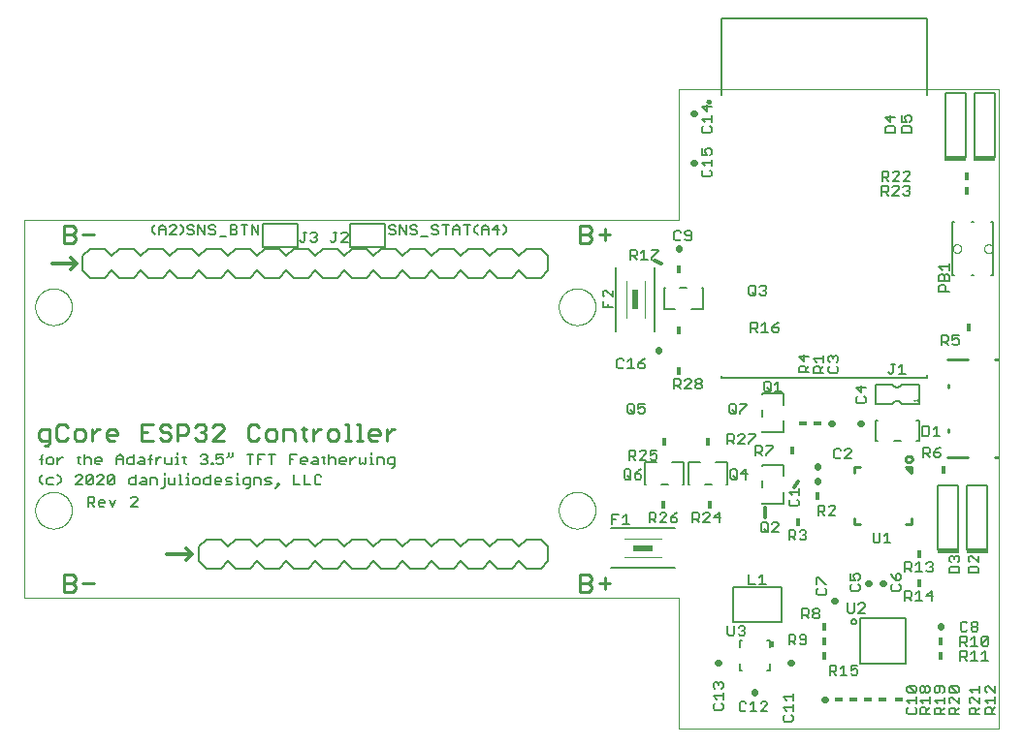
<source format=gto>
G75*
%MOIN*%
%OFA0B0*%
%FSLAX25Y25*%
%IPPOS*%
%LPD*%
%AMOC8*
5,1,8,0,0,1.08239X$1,22.5*
%
%ADD10C,0.00000*%
%ADD11C,0.01200*%
%ADD12C,0.01100*%
%ADD13C,0.00600*%
%ADD14C,0.01000*%
%ADD15C,0.00500*%
%ADD16C,0.00945*%
%ADD17C,0.02200*%
%ADD18R,0.07480X0.01181*%
%ADD19C,0.00276*%
%ADD20R,0.07087X0.02362*%
%ADD21R,0.04331X0.02362*%
%ADD22R,0.02362X0.07087*%
%ADD23R,0.02362X0.04331*%
%ADD24C,0.00800*%
%ADD25C,0.00806*%
%ADD26R,0.03000X0.01800*%
%ADD27R,0.01800X0.03000*%
%ADD28R,0.01575X0.02362*%
%ADD29C,0.00100*%
D10*
X0001800Y0047550D02*
X0226800Y0047550D01*
X0226800Y0002550D01*
X0336800Y0002550D01*
X0336800Y0222550D01*
X0226800Y0222550D01*
X0226800Y0177550D01*
X0001800Y0177550D01*
X0001800Y0047550D01*
X0005501Y0077550D02*
X0005503Y0077708D01*
X0005509Y0077866D01*
X0005519Y0078024D01*
X0005533Y0078182D01*
X0005551Y0078339D01*
X0005572Y0078496D01*
X0005598Y0078652D01*
X0005628Y0078808D01*
X0005661Y0078963D01*
X0005699Y0079116D01*
X0005740Y0079269D01*
X0005785Y0079421D01*
X0005834Y0079572D01*
X0005887Y0079721D01*
X0005943Y0079869D01*
X0006003Y0080015D01*
X0006067Y0080160D01*
X0006135Y0080303D01*
X0006206Y0080445D01*
X0006280Y0080585D01*
X0006358Y0080722D01*
X0006440Y0080858D01*
X0006524Y0080992D01*
X0006613Y0081123D01*
X0006704Y0081252D01*
X0006799Y0081379D01*
X0006896Y0081504D01*
X0006997Y0081626D01*
X0007101Y0081745D01*
X0007208Y0081862D01*
X0007318Y0081976D01*
X0007431Y0082087D01*
X0007546Y0082196D01*
X0007664Y0082301D01*
X0007785Y0082403D01*
X0007908Y0082503D01*
X0008034Y0082599D01*
X0008162Y0082692D01*
X0008292Y0082782D01*
X0008425Y0082868D01*
X0008560Y0082952D01*
X0008696Y0083031D01*
X0008835Y0083108D01*
X0008976Y0083180D01*
X0009118Y0083250D01*
X0009262Y0083315D01*
X0009408Y0083377D01*
X0009555Y0083435D01*
X0009704Y0083490D01*
X0009854Y0083541D01*
X0010005Y0083588D01*
X0010157Y0083631D01*
X0010310Y0083670D01*
X0010465Y0083706D01*
X0010620Y0083737D01*
X0010776Y0083765D01*
X0010932Y0083789D01*
X0011089Y0083809D01*
X0011247Y0083825D01*
X0011404Y0083837D01*
X0011563Y0083845D01*
X0011721Y0083849D01*
X0011879Y0083849D01*
X0012037Y0083845D01*
X0012196Y0083837D01*
X0012353Y0083825D01*
X0012511Y0083809D01*
X0012668Y0083789D01*
X0012824Y0083765D01*
X0012980Y0083737D01*
X0013135Y0083706D01*
X0013290Y0083670D01*
X0013443Y0083631D01*
X0013595Y0083588D01*
X0013746Y0083541D01*
X0013896Y0083490D01*
X0014045Y0083435D01*
X0014192Y0083377D01*
X0014338Y0083315D01*
X0014482Y0083250D01*
X0014624Y0083180D01*
X0014765Y0083108D01*
X0014904Y0083031D01*
X0015040Y0082952D01*
X0015175Y0082868D01*
X0015308Y0082782D01*
X0015438Y0082692D01*
X0015566Y0082599D01*
X0015692Y0082503D01*
X0015815Y0082403D01*
X0015936Y0082301D01*
X0016054Y0082196D01*
X0016169Y0082087D01*
X0016282Y0081976D01*
X0016392Y0081862D01*
X0016499Y0081745D01*
X0016603Y0081626D01*
X0016704Y0081504D01*
X0016801Y0081379D01*
X0016896Y0081252D01*
X0016987Y0081123D01*
X0017076Y0080992D01*
X0017160Y0080858D01*
X0017242Y0080722D01*
X0017320Y0080585D01*
X0017394Y0080445D01*
X0017465Y0080303D01*
X0017533Y0080160D01*
X0017597Y0080015D01*
X0017657Y0079869D01*
X0017713Y0079721D01*
X0017766Y0079572D01*
X0017815Y0079421D01*
X0017860Y0079269D01*
X0017901Y0079116D01*
X0017939Y0078963D01*
X0017972Y0078808D01*
X0018002Y0078652D01*
X0018028Y0078496D01*
X0018049Y0078339D01*
X0018067Y0078182D01*
X0018081Y0078024D01*
X0018091Y0077866D01*
X0018097Y0077708D01*
X0018099Y0077550D01*
X0018097Y0077392D01*
X0018091Y0077234D01*
X0018081Y0077076D01*
X0018067Y0076918D01*
X0018049Y0076761D01*
X0018028Y0076604D01*
X0018002Y0076448D01*
X0017972Y0076292D01*
X0017939Y0076137D01*
X0017901Y0075984D01*
X0017860Y0075831D01*
X0017815Y0075679D01*
X0017766Y0075528D01*
X0017713Y0075379D01*
X0017657Y0075231D01*
X0017597Y0075085D01*
X0017533Y0074940D01*
X0017465Y0074797D01*
X0017394Y0074655D01*
X0017320Y0074515D01*
X0017242Y0074378D01*
X0017160Y0074242D01*
X0017076Y0074108D01*
X0016987Y0073977D01*
X0016896Y0073848D01*
X0016801Y0073721D01*
X0016704Y0073596D01*
X0016603Y0073474D01*
X0016499Y0073355D01*
X0016392Y0073238D01*
X0016282Y0073124D01*
X0016169Y0073013D01*
X0016054Y0072904D01*
X0015936Y0072799D01*
X0015815Y0072697D01*
X0015692Y0072597D01*
X0015566Y0072501D01*
X0015438Y0072408D01*
X0015308Y0072318D01*
X0015175Y0072232D01*
X0015040Y0072148D01*
X0014904Y0072069D01*
X0014765Y0071992D01*
X0014624Y0071920D01*
X0014482Y0071850D01*
X0014338Y0071785D01*
X0014192Y0071723D01*
X0014045Y0071665D01*
X0013896Y0071610D01*
X0013746Y0071559D01*
X0013595Y0071512D01*
X0013443Y0071469D01*
X0013290Y0071430D01*
X0013135Y0071394D01*
X0012980Y0071363D01*
X0012824Y0071335D01*
X0012668Y0071311D01*
X0012511Y0071291D01*
X0012353Y0071275D01*
X0012196Y0071263D01*
X0012037Y0071255D01*
X0011879Y0071251D01*
X0011721Y0071251D01*
X0011563Y0071255D01*
X0011404Y0071263D01*
X0011247Y0071275D01*
X0011089Y0071291D01*
X0010932Y0071311D01*
X0010776Y0071335D01*
X0010620Y0071363D01*
X0010465Y0071394D01*
X0010310Y0071430D01*
X0010157Y0071469D01*
X0010005Y0071512D01*
X0009854Y0071559D01*
X0009704Y0071610D01*
X0009555Y0071665D01*
X0009408Y0071723D01*
X0009262Y0071785D01*
X0009118Y0071850D01*
X0008976Y0071920D01*
X0008835Y0071992D01*
X0008696Y0072069D01*
X0008560Y0072148D01*
X0008425Y0072232D01*
X0008292Y0072318D01*
X0008162Y0072408D01*
X0008034Y0072501D01*
X0007908Y0072597D01*
X0007785Y0072697D01*
X0007664Y0072799D01*
X0007546Y0072904D01*
X0007431Y0073013D01*
X0007318Y0073124D01*
X0007208Y0073238D01*
X0007101Y0073355D01*
X0006997Y0073474D01*
X0006896Y0073596D01*
X0006799Y0073721D01*
X0006704Y0073848D01*
X0006613Y0073977D01*
X0006524Y0074108D01*
X0006440Y0074242D01*
X0006358Y0074378D01*
X0006280Y0074515D01*
X0006206Y0074655D01*
X0006135Y0074797D01*
X0006067Y0074940D01*
X0006003Y0075085D01*
X0005943Y0075231D01*
X0005887Y0075379D01*
X0005834Y0075528D01*
X0005785Y0075679D01*
X0005740Y0075831D01*
X0005699Y0075984D01*
X0005661Y0076137D01*
X0005628Y0076292D01*
X0005598Y0076448D01*
X0005572Y0076604D01*
X0005551Y0076761D01*
X0005533Y0076918D01*
X0005519Y0077076D01*
X0005509Y0077234D01*
X0005503Y0077392D01*
X0005501Y0077550D01*
X0005501Y0147550D02*
X0005503Y0147708D01*
X0005509Y0147866D01*
X0005519Y0148024D01*
X0005533Y0148182D01*
X0005551Y0148339D01*
X0005572Y0148496D01*
X0005598Y0148652D01*
X0005628Y0148808D01*
X0005661Y0148963D01*
X0005699Y0149116D01*
X0005740Y0149269D01*
X0005785Y0149421D01*
X0005834Y0149572D01*
X0005887Y0149721D01*
X0005943Y0149869D01*
X0006003Y0150015D01*
X0006067Y0150160D01*
X0006135Y0150303D01*
X0006206Y0150445D01*
X0006280Y0150585D01*
X0006358Y0150722D01*
X0006440Y0150858D01*
X0006524Y0150992D01*
X0006613Y0151123D01*
X0006704Y0151252D01*
X0006799Y0151379D01*
X0006896Y0151504D01*
X0006997Y0151626D01*
X0007101Y0151745D01*
X0007208Y0151862D01*
X0007318Y0151976D01*
X0007431Y0152087D01*
X0007546Y0152196D01*
X0007664Y0152301D01*
X0007785Y0152403D01*
X0007908Y0152503D01*
X0008034Y0152599D01*
X0008162Y0152692D01*
X0008292Y0152782D01*
X0008425Y0152868D01*
X0008560Y0152952D01*
X0008696Y0153031D01*
X0008835Y0153108D01*
X0008976Y0153180D01*
X0009118Y0153250D01*
X0009262Y0153315D01*
X0009408Y0153377D01*
X0009555Y0153435D01*
X0009704Y0153490D01*
X0009854Y0153541D01*
X0010005Y0153588D01*
X0010157Y0153631D01*
X0010310Y0153670D01*
X0010465Y0153706D01*
X0010620Y0153737D01*
X0010776Y0153765D01*
X0010932Y0153789D01*
X0011089Y0153809D01*
X0011247Y0153825D01*
X0011404Y0153837D01*
X0011563Y0153845D01*
X0011721Y0153849D01*
X0011879Y0153849D01*
X0012037Y0153845D01*
X0012196Y0153837D01*
X0012353Y0153825D01*
X0012511Y0153809D01*
X0012668Y0153789D01*
X0012824Y0153765D01*
X0012980Y0153737D01*
X0013135Y0153706D01*
X0013290Y0153670D01*
X0013443Y0153631D01*
X0013595Y0153588D01*
X0013746Y0153541D01*
X0013896Y0153490D01*
X0014045Y0153435D01*
X0014192Y0153377D01*
X0014338Y0153315D01*
X0014482Y0153250D01*
X0014624Y0153180D01*
X0014765Y0153108D01*
X0014904Y0153031D01*
X0015040Y0152952D01*
X0015175Y0152868D01*
X0015308Y0152782D01*
X0015438Y0152692D01*
X0015566Y0152599D01*
X0015692Y0152503D01*
X0015815Y0152403D01*
X0015936Y0152301D01*
X0016054Y0152196D01*
X0016169Y0152087D01*
X0016282Y0151976D01*
X0016392Y0151862D01*
X0016499Y0151745D01*
X0016603Y0151626D01*
X0016704Y0151504D01*
X0016801Y0151379D01*
X0016896Y0151252D01*
X0016987Y0151123D01*
X0017076Y0150992D01*
X0017160Y0150858D01*
X0017242Y0150722D01*
X0017320Y0150585D01*
X0017394Y0150445D01*
X0017465Y0150303D01*
X0017533Y0150160D01*
X0017597Y0150015D01*
X0017657Y0149869D01*
X0017713Y0149721D01*
X0017766Y0149572D01*
X0017815Y0149421D01*
X0017860Y0149269D01*
X0017901Y0149116D01*
X0017939Y0148963D01*
X0017972Y0148808D01*
X0018002Y0148652D01*
X0018028Y0148496D01*
X0018049Y0148339D01*
X0018067Y0148182D01*
X0018081Y0148024D01*
X0018091Y0147866D01*
X0018097Y0147708D01*
X0018099Y0147550D01*
X0018097Y0147392D01*
X0018091Y0147234D01*
X0018081Y0147076D01*
X0018067Y0146918D01*
X0018049Y0146761D01*
X0018028Y0146604D01*
X0018002Y0146448D01*
X0017972Y0146292D01*
X0017939Y0146137D01*
X0017901Y0145984D01*
X0017860Y0145831D01*
X0017815Y0145679D01*
X0017766Y0145528D01*
X0017713Y0145379D01*
X0017657Y0145231D01*
X0017597Y0145085D01*
X0017533Y0144940D01*
X0017465Y0144797D01*
X0017394Y0144655D01*
X0017320Y0144515D01*
X0017242Y0144378D01*
X0017160Y0144242D01*
X0017076Y0144108D01*
X0016987Y0143977D01*
X0016896Y0143848D01*
X0016801Y0143721D01*
X0016704Y0143596D01*
X0016603Y0143474D01*
X0016499Y0143355D01*
X0016392Y0143238D01*
X0016282Y0143124D01*
X0016169Y0143013D01*
X0016054Y0142904D01*
X0015936Y0142799D01*
X0015815Y0142697D01*
X0015692Y0142597D01*
X0015566Y0142501D01*
X0015438Y0142408D01*
X0015308Y0142318D01*
X0015175Y0142232D01*
X0015040Y0142148D01*
X0014904Y0142069D01*
X0014765Y0141992D01*
X0014624Y0141920D01*
X0014482Y0141850D01*
X0014338Y0141785D01*
X0014192Y0141723D01*
X0014045Y0141665D01*
X0013896Y0141610D01*
X0013746Y0141559D01*
X0013595Y0141512D01*
X0013443Y0141469D01*
X0013290Y0141430D01*
X0013135Y0141394D01*
X0012980Y0141363D01*
X0012824Y0141335D01*
X0012668Y0141311D01*
X0012511Y0141291D01*
X0012353Y0141275D01*
X0012196Y0141263D01*
X0012037Y0141255D01*
X0011879Y0141251D01*
X0011721Y0141251D01*
X0011563Y0141255D01*
X0011404Y0141263D01*
X0011247Y0141275D01*
X0011089Y0141291D01*
X0010932Y0141311D01*
X0010776Y0141335D01*
X0010620Y0141363D01*
X0010465Y0141394D01*
X0010310Y0141430D01*
X0010157Y0141469D01*
X0010005Y0141512D01*
X0009854Y0141559D01*
X0009704Y0141610D01*
X0009555Y0141665D01*
X0009408Y0141723D01*
X0009262Y0141785D01*
X0009118Y0141850D01*
X0008976Y0141920D01*
X0008835Y0141992D01*
X0008696Y0142069D01*
X0008560Y0142148D01*
X0008425Y0142232D01*
X0008292Y0142318D01*
X0008162Y0142408D01*
X0008034Y0142501D01*
X0007908Y0142597D01*
X0007785Y0142697D01*
X0007664Y0142799D01*
X0007546Y0142904D01*
X0007431Y0143013D01*
X0007318Y0143124D01*
X0007208Y0143238D01*
X0007101Y0143355D01*
X0006997Y0143474D01*
X0006896Y0143596D01*
X0006799Y0143721D01*
X0006704Y0143848D01*
X0006613Y0143977D01*
X0006524Y0144108D01*
X0006440Y0144242D01*
X0006358Y0144378D01*
X0006280Y0144515D01*
X0006206Y0144655D01*
X0006135Y0144797D01*
X0006067Y0144940D01*
X0006003Y0145085D01*
X0005943Y0145231D01*
X0005887Y0145379D01*
X0005834Y0145528D01*
X0005785Y0145679D01*
X0005740Y0145831D01*
X0005699Y0145984D01*
X0005661Y0146137D01*
X0005628Y0146292D01*
X0005598Y0146448D01*
X0005572Y0146604D01*
X0005551Y0146761D01*
X0005533Y0146918D01*
X0005519Y0147076D01*
X0005509Y0147234D01*
X0005503Y0147392D01*
X0005501Y0147550D01*
X0185501Y0147550D02*
X0185503Y0147708D01*
X0185509Y0147866D01*
X0185519Y0148024D01*
X0185533Y0148182D01*
X0185551Y0148339D01*
X0185572Y0148496D01*
X0185598Y0148652D01*
X0185628Y0148808D01*
X0185661Y0148963D01*
X0185699Y0149116D01*
X0185740Y0149269D01*
X0185785Y0149421D01*
X0185834Y0149572D01*
X0185887Y0149721D01*
X0185943Y0149869D01*
X0186003Y0150015D01*
X0186067Y0150160D01*
X0186135Y0150303D01*
X0186206Y0150445D01*
X0186280Y0150585D01*
X0186358Y0150722D01*
X0186440Y0150858D01*
X0186524Y0150992D01*
X0186613Y0151123D01*
X0186704Y0151252D01*
X0186799Y0151379D01*
X0186896Y0151504D01*
X0186997Y0151626D01*
X0187101Y0151745D01*
X0187208Y0151862D01*
X0187318Y0151976D01*
X0187431Y0152087D01*
X0187546Y0152196D01*
X0187664Y0152301D01*
X0187785Y0152403D01*
X0187908Y0152503D01*
X0188034Y0152599D01*
X0188162Y0152692D01*
X0188292Y0152782D01*
X0188425Y0152868D01*
X0188560Y0152952D01*
X0188696Y0153031D01*
X0188835Y0153108D01*
X0188976Y0153180D01*
X0189118Y0153250D01*
X0189262Y0153315D01*
X0189408Y0153377D01*
X0189555Y0153435D01*
X0189704Y0153490D01*
X0189854Y0153541D01*
X0190005Y0153588D01*
X0190157Y0153631D01*
X0190310Y0153670D01*
X0190465Y0153706D01*
X0190620Y0153737D01*
X0190776Y0153765D01*
X0190932Y0153789D01*
X0191089Y0153809D01*
X0191247Y0153825D01*
X0191404Y0153837D01*
X0191563Y0153845D01*
X0191721Y0153849D01*
X0191879Y0153849D01*
X0192037Y0153845D01*
X0192196Y0153837D01*
X0192353Y0153825D01*
X0192511Y0153809D01*
X0192668Y0153789D01*
X0192824Y0153765D01*
X0192980Y0153737D01*
X0193135Y0153706D01*
X0193290Y0153670D01*
X0193443Y0153631D01*
X0193595Y0153588D01*
X0193746Y0153541D01*
X0193896Y0153490D01*
X0194045Y0153435D01*
X0194192Y0153377D01*
X0194338Y0153315D01*
X0194482Y0153250D01*
X0194624Y0153180D01*
X0194765Y0153108D01*
X0194904Y0153031D01*
X0195040Y0152952D01*
X0195175Y0152868D01*
X0195308Y0152782D01*
X0195438Y0152692D01*
X0195566Y0152599D01*
X0195692Y0152503D01*
X0195815Y0152403D01*
X0195936Y0152301D01*
X0196054Y0152196D01*
X0196169Y0152087D01*
X0196282Y0151976D01*
X0196392Y0151862D01*
X0196499Y0151745D01*
X0196603Y0151626D01*
X0196704Y0151504D01*
X0196801Y0151379D01*
X0196896Y0151252D01*
X0196987Y0151123D01*
X0197076Y0150992D01*
X0197160Y0150858D01*
X0197242Y0150722D01*
X0197320Y0150585D01*
X0197394Y0150445D01*
X0197465Y0150303D01*
X0197533Y0150160D01*
X0197597Y0150015D01*
X0197657Y0149869D01*
X0197713Y0149721D01*
X0197766Y0149572D01*
X0197815Y0149421D01*
X0197860Y0149269D01*
X0197901Y0149116D01*
X0197939Y0148963D01*
X0197972Y0148808D01*
X0198002Y0148652D01*
X0198028Y0148496D01*
X0198049Y0148339D01*
X0198067Y0148182D01*
X0198081Y0148024D01*
X0198091Y0147866D01*
X0198097Y0147708D01*
X0198099Y0147550D01*
X0198097Y0147392D01*
X0198091Y0147234D01*
X0198081Y0147076D01*
X0198067Y0146918D01*
X0198049Y0146761D01*
X0198028Y0146604D01*
X0198002Y0146448D01*
X0197972Y0146292D01*
X0197939Y0146137D01*
X0197901Y0145984D01*
X0197860Y0145831D01*
X0197815Y0145679D01*
X0197766Y0145528D01*
X0197713Y0145379D01*
X0197657Y0145231D01*
X0197597Y0145085D01*
X0197533Y0144940D01*
X0197465Y0144797D01*
X0197394Y0144655D01*
X0197320Y0144515D01*
X0197242Y0144378D01*
X0197160Y0144242D01*
X0197076Y0144108D01*
X0196987Y0143977D01*
X0196896Y0143848D01*
X0196801Y0143721D01*
X0196704Y0143596D01*
X0196603Y0143474D01*
X0196499Y0143355D01*
X0196392Y0143238D01*
X0196282Y0143124D01*
X0196169Y0143013D01*
X0196054Y0142904D01*
X0195936Y0142799D01*
X0195815Y0142697D01*
X0195692Y0142597D01*
X0195566Y0142501D01*
X0195438Y0142408D01*
X0195308Y0142318D01*
X0195175Y0142232D01*
X0195040Y0142148D01*
X0194904Y0142069D01*
X0194765Y0141992D01*
X0194624Y0141920D01*
X0194482Y0141850D01*
X0194338Y0141785D01*
X0194192Y0141723D01*
X0194045Y0141665D01*
X0193896Y0141610D01*
X0193746Y0141559D01*
X0193595Y0141512D01*
X0193443Y0141469D01*
X0193290Y0141430D01*
X0193135Y0141394D01*
X0192980Y0141363D01*
X0192824Y0141335D01*
X0192668Y0141311D01*
X0192511Y0141291D01*
X0192353Y0141275D01*
X0192196Y0141263D01*
X0192037Y0141255D01*
X0191879Y0141251D01*
X0191721Y0141251D01*
X0191563Y0141255D01*
X0191404Y0141263D01*
X0191247Y0141275D01*
X0191089Y0141291D01*
X0190932Y0141311D01*
X0190776Y0141335D01*
X0190620Y0141363D01*
X0190465Y0141394D01*
X0190310Y0141430D01*
X0190157Y0141469D01*
X0190005Y0141512D01*
X0189854Y0141559D01*
X0189704Y0141610D01*
X0189555Y0141665D01*
X0189408Y0141723D01*
X0189262Y0141785D01*
X0189118Y0141850D01*
X0188976Y0141920D01*
X0188835Y0141992D01*
X0188696Y0142069D01*
X0188560Y0142148D01*
X0188425Y0142232D01*
X0188292Y0142318D01*
X0188162Y0142408D01*
X0188034Y0142501D01*
X0187908Y0142597D01*
X0187785Y0142697D01*
X0187664Y0142799D01*
X0187546Y0142904D01*
X0187431Y0143013D01*
X0187318Y0143124D01*
X0187208Y0143238D01*
X0187101Y0143355D01*
X0186997Y0143474D01*
X0186896Y0143596D01*
X0186799Y0143721D01*
X0186704Y0143848D01*
X0186613Y0143977D01*
X0186524Y0144108D01*
X0186440Y0144242D01*
X0186358Y0144378D01*
X0186280Y0144515D01*
X0186206Y0144655D01*
X0186135Y0144797D01*
X0186067Y0144940D01*
X0186003Y0145085D01*
X0185943Y0145231D01*
X0185887Y0145379D01*
X0185834Y0145528D01*
X0185785Y0145679D01*
X0185740Y0145831D01*
X0185699Y0145984D01*
X0185661Y0146137D01*
X0185628Y0146292D01*
X0185598Y0146448D01*
X0185572Y0146604D01*
X0185551Y0146761D01*
X0185533Y0146918D01*
X0185519Y0147076D01*
X0185509Y0147234D01*
X0185503Y0147392D01*
X0185501Y0147550D01*
X0185501Y0077550D02*
X0185503Y0077708D01*
X0185509Y0077866D01*
X0185519Y0078024D01*
X0185533Y0078182D01*
X0185551Y0078339D01*
X0185572Y0078496D01*
X0185598Y0078652D01*
X0185628Y0078808D01*
X0185661Y0078963D01*
X0185699Y0079116D01*
X0185740Y0079269D01*
X0185785Y0079421D01*
X0185834Y0079572D01*
X0185887Y0079721D01*
X0185943Y0079869D01*
X0186003Y0080015D01*
X0186067Y0080160D01*
X0186135Y0080303D01*
X0186206Y0080445D01*
X0186280Y0080585D01*
X0186358Y0080722D01*
X0186440Y0080858D01*
X0186524Y0080992D01*
X0186613Y0081123D01*
X0186704Y0081252D01*
X0186799Y0081379D01*
X0186896Y0081504D01*
X0186997Y0081626D01*
X0187101Y0081745D01*
X0187208Y0081862D01*
X0187318Y0081976D01*
X0187431Y0082087D01*
X0187546Y0082196D01*
X0187664Y0082301D01*
X0187785Y0082403D01*
X0187908Y0082503D01*
X0188034Y0082599D01*
X0188162Y0082692D01*
X0188292Y0082782D01*
X0188425Y0082868D01*
X0188560Y0082952D01*
X0188696Y0083031D01*
X0188835Y0083108D01*
X0188976Y0083180D01*
X0189118Y0083250D01*
X0189262Y0083315D01*
X0189408Y0083377D01*
X0189555Y0083435D01*
X0189704Y0083490D01*
X0189854Y0083541D01*
X0190005Y0083588D01*
X0190157Y0083631D01*
X0190310Y0083670D01*
X0190465Y0083706D01*
X0190620Y0083737D01*
X0190776Y0083765D01*
X0190932Y0083789D01*
X0191089Y0083809D01*
X0191247Y0083825D01*
X0191404Y0083837D01*
X0191563Y0083845D01*
X0191721Y0083849D01*
X0191879Y0083849D01*
X0192037Y0083845D01*
X0192196Y0083837D01*
X0192353Y0083825D01*
X0192511Y0083809D01*
X0192668Y0083789D01*
X0192824Y0083765D01*
X0192980Y0083737D01*
X0193135Y0083706D01*
X0193290Y0083670D01*
X0193443Y0083631D01*
X0193595Y0083588D01*
X0193746Y0083541D01*
X0193896Y0083490D01*
X0194045Y0083435D01*
X0194192Y0083377D01*
X0194338Y0083315D01*
X0194482Y0083250D01*
X0194624Y0083180D01*
X0194765Y0083108D01*
X0194904Y0083031D01*
X0195040Y0082952D01*
X0195175Y0082868D01*
X0195308Y0082782D01*
X0195438Y0082692D01*
X0195566Y0082599D01*
X0195692Y0082503D01*
X0195815Y0082403D01*
X0195936Y0082301D01*
X0196054Y0082196D01*
X0196169Y0082087D01*
X0196282Y0081976D01*
X0196392Y0081862D01*
X0196499Y0081745D01*
X0196603Y0081626D01*
X0196704Y0081504D01*
X0196801Y0081379D01*
X0196896Y0081252D01*
X0196987Y0081123D01*
X0197076Y0080992D01*
X0197160Y0080858D01*
X0197242Y0080722D01*
X0197320Y0080585D01*
X0197394Y0080445D01*
X0197465Y0080303D01*
X0197533Y0080160D01*
X0197597Y0080015D01*
X0197657Y0079869D01*
X0197713Y0079721D01*
X0197766Y0079572D01*
X0197815Y0079421D01*
X0197860Y0079269D01*
X0197901Y0079116D01*
X0197939Y0078963D01*
X0197972Y0078808D01*
X0198002Y0078652D01*
X0198028Y0078496D01*
X0198049Y0078339D01*
X0198067Y0078182D01*
X0198081Y0078024D01*
X0198091Y0077866D01*
X0198097Y0077708D01*
X0198099Y0077550D01*
X0198097Y0077392D01*
X0198091Y0077234D01*
X0198081Y0077076D01*
X0198067Y0076918D01*
X0198049Y0076761D01*
X0198028Y0076604D01*
X0198002Y0076448D01*
X0197972Y0076292D01*
X0197939Y0076137D01*
X0197901Y0075984D01*
X0197860Y0075831D01*
X0197815Y0075679D01*
X0197766Y0075528D01*
X0197713Y0075379D01*
X0197657Y0075231D01*
X0197597Y0075085D01*
X0197533Y0074940D01*
X0197465Y0074797D01*
X0197394Y0074655D01*
X0197320Y0074515D01*
X0197242Y0074378D01*
X0197160Y0074242D01*
X0197076Y0074108D01*
X0196987Y0073977D01*
X0196896Y0073848D01*
X0196801Y0073721D01*
X0196704Y0073596D01*
X0196603Y0073474D01*
X0196499Y0073355D01*
X0196392Y0073238D01*
X0196282Y0073124D01*
X0196169Y0073013D01*
X0196054Y0072904D01*
X0195936Y0072799D01*
X0195815Y0072697D01*
X0195692Y0072597D01*
X0195566Y0072501D01*
X0195438Y0072408D01*
X0195308Y0072318D01*
X0195175Y0072232D01*
X0195040Y0072148D01*
X0194904Y0072069D01*
X0194765Y0071992D01*
X0194624Y0071920D01*
X0194482Y0071850D01*
X0194338Y0071785D01*
X0194192Y0071723D01*
X0194045Y0071665D01*
X0193896Y0071610D01*
X0193746Y0071559D01*
X0193595Y0071512D01*
X0193443Y0071469D01*
X0193290Y0071430D01*
X0193135Y0071394D01*
X0192980Y0071363D01*
X0192824Y0071335D01*
X0192668Y0071311D01*
X0192511Y0071291D01*
X0192353Y0071275D01*
X0192196Y0071263D01*
X0192037Y0071255D01*
X0191879Y0071251D01*
X0191721Y0071251D01*
X0191563Y0071255D01*
X0191404Y0071263D01*
X0191247Y0071275D01*
X0191089Y0071291D01*
X0190932Y0071311D01*
X0190776Y0071335D01*
X0190620Y0071363D01*
X0190465Y0071394D01*
X0190310Y0071430D01*
X0190157Y0071469D01*
X0190005Y0071512D01*
X0189854Y0071559D01*
X0189704Y0071610D01*
X0189555Y0071665D01*
X0189408Y0071723D01*
X0189262Y0071785D01*
X0189118Y0071850D01*
X0188976Y0071920D01*
X0188835Y0071992D01*
X0188696Y0072069D01*
X0188560Y0072148D01*
X0188425Y0072232D01*
X0188292Y0072318D01*
X0188162Y0072408D01*
X0188034Y0072501D01*
X0187908Y0072597D01*
X0187785Y0072697D01*
X0187664Y0072799D01*
X0187546Y0072904D01*
X0187431Y0073013D01*
X0187318Y0073124D01*
X0187208Y0073238D01*
X0187101Y0073355D01*
X0186997Y0073474D01*
X0186896Y0073596D01*
X0186799Y0073721D01*
X0186704Y0073848D01*
X0186613Y0073977D01*
X0186524Y0074108D01*
X0186440Y0074242D01*
X0186358Y0074378D01*
X0186280Y0074515D01*
X0186206Y0074655D01*
X0186135Y0074797D01*
X0186067Y0074940D01*
X0186003Y0075085D01*
X0185943Y0075231D01*
X0185887Y0075379D01*
X0185834Y0075528D01*
X0185785Y0075679D01*
X0185740Y0075831D01*
X0185699Y0075984D01*
X0185661Y0076137D01*
X0185628Y0076292D01*
X0185598Y0076448D01*
X0185572Y0076604D01*
X0185551Y0076761D01*
X0185533Y0076918D01*
X0185519Y0077076D01*
X0185509Y0077234D01*
X0185503Y0077392D01*
X0185501Y0077550D01*
X0320911Y0167550D02*
X0320913Y0167627D01*
X0320919Y0167703D01*
X0320929Y0167779D01*
X0320943Y0167854D01*
X0320960Y0167929D01*
X0320982Y0168002D01*
X0321007Y0168075D01*
X0321037Y0168146D01*
X0321069Y0168215D01*
X0321106Y0168282D01*
X0321145Y0168348D01*
X0321188Y0168411D01*
X0321235Y0168472D01*
X0321284Y0168531D01*
X0321337Y0168587D01*
X0321392Y0168640D01*
X0321450Y0168690D01*
X0321510Y0168737D01*
X0321573Y0168781D01*
X0321638Y0168822D01*
X0321705Y0168859D01*
X0321774Y0168893D01*
X0321844Y0168923D01*
X0321916Y0168949D01*
X0321990Y0168971D01*
X0322064Y0168990D01*
X0322139Y0169005D01*
X0322215Y0169016D01*
X0322291Y0169023D01*
X0322368Y0169026D01*
X0322444Y0169025D01*
X0322521Y0169020D01*
X0322597Y0169011D01*
X0322673Y0168998D01*
X0322747Y0168981D01*
X0322821Y0168961D01*
X0322894Y0168936D01*
X0322965Y0168908D01*
X0323035Y0168876D01*
X0323103Y0168841D01*
X0323169Y0168802D01*
X0323233Y0168760D01*
X0323294Y0168714D01*
X0323354Y0168665D01*
X0323410Y0168614D01*
X0323464Y0168559D01*
X0323515Y0168502D01*
X0323563Y0168442D01*
X0323608Y0168380D01*
X0323649Y0168315D01*
X0323687Y0168249D01*
X0323722Y0168181D01*
X0323752Y0168110D01*
X0323780Y0168039D01*
X0323803Y0167966D01*
X0323823Y0167892D01*
X0323839Y0167817D01*
X0323851Y0167741D01*
X0323859Y0167665D01*
X0323863Y0167588D01*
X0323863Y0167512D01*
X0323859Y0167435D01*
X0323851Y0167359D01*
X0323839Y0167283D01*
X0323823Y0167208D01*
X0323803Y0167134D01*
X0323780Y0167061D01*
X0323752Y0166990D01*
X0323722Y0166919D01*
X0323687Y0166851D01*
X0323649Y0166785D01*
X0323608Y0166720D01*
X0323563Y0166658D01*
X0323515Y0166598D01*
X0323464Y0166541D01*
X0323410Y0166486D01*
X0323354Y0166435D01*
X0323294Y0166386D01*
X0323233Y0166340D01*
X0323169Y0166298D01*
X0323103Y0166259D01*
X0323035Y0166224D01*
X0322965Y0166192D01*
X0322894Y0166164D01*
X0322821Y0166139D01*
X0322747Y0166119D01*
X0322673Y0166102D01*
X0322597Y0166089D01*
X0322521Y0166080D01*
X0322444Y0166075D01*
X0322368Y0166074D01*
X0322291Y0166077D01*
X0322215Y0166084D01*
X0322139Y0166095D01*
X0322064Y0166110D01*
X0321990Y0166129D01*
X0321916Y0166151D01*
X0321844Y0166177D01*
X0321774Y0166207D01*
X0321705Y0166241D01*
X0321638Y0166278D01*
X0321573Y0166319D01*
X0321510Y0166363D01*
X0321450Y0166410D01*
X0321392Y0166460D01*
X0321337Y0166513D01*
X0321284Y0166569D01*
X0321235Y0166628D01*
X0321188Y0166689D01*
X0321145Y0166752D01*
X0321106Y0166818D01*
X0321069Y0166885D01*
X0321037Y0166954D01*
X0321007Y0167025D01*
X0320982Y0167098D01*
X0320960Y0167171D01*
X0320943Y0167246D01*
X0320929Y0167321D01*
X0320919Y0167397D01*
X0320913Y0167473D01*
X0320911Y0167550D01*
X0331737Y0167550D02*
X0331739Y0167627D01*
X0331745Y0167703D01*
X0331755Y0167779D01*
X0331769Y0167854D01*
X0331786Y0167929D01*
X0331808Y0168002D01*
X0331833Y0168075D01*
X0331863Y0168146D01*
X0331895Y0168215D01*
X0331932Y0168282D01*
X0331971Y0168348D01*
X0332014Y0168411D01*
X0332061Y0168472D01*
X0332110Y0168531D01*
X0332163Y0168587D01*
X0332218Y0168640D01*
X0332276Y0168690D01*
X0332336Y0168737D01*
X0332399Y0168781D01*
X0332464Y0168822D01*
X0332531Y0168859D01*
X0332600Y0168893D01*
X0332670Y0168923D01*
X0332742Y0168949D01*
X0332816Y0168971D01*
X0332890Y0168990D01*
X0332965Y0169005D01*
X0333041Y0169016D01*
X0333117Y0169023D01*
X0333194Y0169026D01*
X0333270Y0169025D01*
X0333347Y0169020D01*
X0333423Y0169011D01*
X0333499Y0168998D01*
X0333573Y0168981D01*
X0333647Y0168961D01*
X0333720Y0168936D01*
X0333791Y0168908D01*
X0333861Y0168876D01*
X0333929Y0168841D01*
X0333995Y0168802D01*
X0334059Y0168760D01*
X0334120Y0168714D01*
X0334180Y0168665D01*
X0334236Y0168614D01*
X0334290Y0168559D01*
X0334341Y0168502D01*
X0334389Y0168442D01*
X0334434Y0168380D01*
X0334475Y0168315D01*
X0334513Y0168249D01*
X0334548Y0168181D01*
X0334578Y0168110D01*
X0334606Y0168039D01*
X0334629Y0167966D01*
X0334649Y0167892D01*
X0334665Y0167817D01*
X0334677Y0167741D01*
X0334685Y0167665D01*
X0334689Y0167588D01*
X0334689Y0167512D01*
X0334685Y0167435D01*
X0334677Y0167359D01*
X0334665Y0167283D01*
X0334649Y0167208D01*
X0334629Y0167134D01*
X0334606Y0167061D01*
X0334578Y0166990D01*
X0334548Y0166919D01*
X0334513Y0166851D01*
X0334475Y0166785D01*
X0334434Y0166720D01*
X0334389Y0166658D01*
X0334341Y0166598D01*
X0334290Y0166541D01*
X0334236Y0166486D01*
X0334180Y0166435D01*
X0334120Y0166386D01*
X0334059Y0166340D01*
X0333995Y0166298D01*
X0333929Y0166259D01*
X0333861Y0166224D01*
X0333791Y0166192D01*
X0333720Y0166164D01*
X0333647Y0166139D01*
X0333573Y0166119D01*
X0333499Y0166102D01*
X0333423Y0166089D01*
X0333347Y0166080D01*
X0333270Y0166075D01*
X0333194Y0166074D01*
X0333117Y0166077D01*
X0333041Y0166084D01*
X0332965Y0166095D01*
X0332890Y0166110D01*
X0332816Y0166129D01*
X0332742Y0166151D01*
X0332670Y0166177D01*
X0332600Y0166207D01*
X0332531Y0166241D01*
X0332464Y0166278D01*
X0332399Y0166319D01*
X0332336Y0166363D01*
X0332276Y0166410D01*
X0332218Y0166460D01*
X0332163Y0166513D01*
X0332110Y0166569D01*
X0332061Y0166628D01*
X0332014Y0166689D01*
X0331971Y0166752D01*
X0331932Y0166818D01*
X0331895Y0166885D01*
X0331863Y0166954D01*
X0331833Y0167025D01*
X0331808Y0167098D01*
X0331786Y0167171D01*
X0331769Y0167246D01*
X0331755Y0167321D01*
X0331745Y0167397D01*
X0331739Y0167473D01*
X0331737Y0167550D01*
D11*
X0220800Y0162550D02*
X0218300Y0163550D01*
X0267800Y0087550D02*
X0266300Y0085550D01*
X0256300Y0078550D02*
X0256300Y0075050D01*
X0059300Y0062550D02*
X0057300Y0060550D01*
X0059300Y0062550D02*
X0057300Y0064550D01*
X0059300Y0062550D02*
X0050800Y0062550D01*
X0017800Y0160550D02*
X0019800Y0162550D01*
X0017800Y0164550D01*
X0019800Y0162550D02*
X0011300Y0162550D01*
D12*
X0015350Y0169600D02*
X0018303Y0169600D01*
X0019287Y0170584D01*
X0019287Y0171568D01*
X0018303Y0172553D01*
X0015350Y0172553D01*
X0015350Y0175505D02*
X0015350Y0169600D01*
X0018303Y0172553D02*
X0019287Y0173537D01*
X0019287Y0174521D01*
X0018303Y0175505D01*
X0015350Y0175505D01*
X0021795Y0172553D02*
X0025732Y0172553D01*
X0018303Y0055505D02*
X0015350Y0055505D01*
X0015350Y0049600D01*
X0018303Y0049600D01*
X0019287Y0050584D01*
X0019287Y0051568D01*
X0018303Y0052553D01*
X0015350Y0052553D01*
X0018303Y0052553D02*
X0019287Y0053537D01*
X0019287Y0054521D01*
X0018303Y0055505D01*
X0021795Y0052553D02*
X0025732Y0052553D01*
X0192850Y0052553D02*
X0195803Y0052553D01*
X0196787Y0051568D01*
X0196787Y0050584D01*
X0195803Y0049600D01*
X0192850Y0049600D01*
X0192850Y0055505D01*
X0195803Y0055505D01*
X0196787Y0054521D01*
X0196787Y0053537D01*
X0195803Y0052553D01*
X0199295Y0052553D02*
X0203232Y0052553D01*
X0201264Y0054521D02*
X0201264Y0050584D01*
X0195803Y0169600D02*
X0192850Y0169600D01*
X0192850Y0175505D01*
X0195803Y0175505D01*
X0196787Y0174521D01*
X0196787Y0173537D01*
X0195803Y0172553D01*
X0192850Y0172553D01*
X0195803Y0172553D02*
X0196787Y0171568D01*
X0196787Y0170584D01*
X0195803Y0169600D01*
X0199295Y0172553D02*
X0203232Y0172553D01*
X0201264Y0174521D02*
X0201264Y0170584D01*
D13*
X0210100Y0167253D02*
X0211801Y0167253D01*
X0212369Y0166686D01*
X0212369Y0165551D01*
X0211801Y0164984D01*
X0210100Y0164984D01*
X0210100Y0163850D02*
X0210100Y0167253D01*
X0211234Y0164984D02*
X0212369Y0163850D01*
X0213783Y0163850D02*
X0216052Y0163850D01*
X0214917Y0163850D02*
X0214917Y0167253D01*
X0213783Y0166119D01*
X0217466Y0167253D02*
X0219735Y0167253D01*
X0219735Y0166686D01*
X0217466Y0164417D01*
X0217466Y0163850D01*
X0225234Y0170917D02*
X0225801Y0170350D01*
X0226935Y0170350D01*
X0227502Y0170917D01*
X0228917Y0170917D02*
X0229484Y0170350D01*
X0230618Y0170350D01*
X0231185Y0170917D01*
X0231185Y0173186D01*
X0230618Y0173753D01*
X0229484Y0173753D01*
X0228917Y0173186D01*
X0228917Y0172619D01*
X0229484Y0172051D01*
X0231185Y0172051D01*
X0227502Y0173186D02*
X0226935Y0173753D01*
X0225801Y0173753D01*
X0225234Y0173186D01*
X0225234Y0170917D01*
X0204000Y0153248D02*
X0204000Y0150980D01*
X0201731Y0153248D01*
X0201164Y0153248D01*
X0200597Y0152681D01*
X0200597Y0151547D01*
X0201164Y0150980D01*
X0200597Y0149565D02*
X0200597Y0147297D01*
X0204000Y0147297D01*
X0202299Y0147297D02*
X0202299Y0148431D01*
X0206118Y0129753D02*
X0205551Y0129186D01*
X0205551Y0126917D01*
X0206118Y0126350D01*
X0207252Y0126350D01*
X0207819Y0126917D01*
X0209234Y0126350D02*
X0211502Y0126350D01*
X0210368Y0126350D02*
X0210368Y0129753D01*
X0209234Y0128619D01*
X0207819Y0129186D02*
X0207252Y0129753D01*
X0206118Y0129753D01*
X0212917Y0128051D02*
X0212917Y0126917D01*
X0213484Y0126350D01*
X0214618Y0126350D01*
X0215185Y0126917D01*
X0215185Y0127484D01*
X0214618Y0128051D01*
X0212917Y0128051D01*
X0214051Y0129186D01*
X0215185Y0129753D01*
X0225100Y0122753D02*
X0226801Y0122753D01*
X0227369Y0122186D01*
X0227369Y0121051D01*
X0226801Y0120484D01*
X0225100Y0120484D01*
X0225100Y0119350D02*
X0225100Y0122753D01*
X0226234Y0120484D02*
X0227369Y0119350D01*
X0228783Y0119350D02*
X0231052Y0121619D01*
X0231052Y0122186D01*
X0230485Y0122753D01*
X0229350Y0122753D01*
X0228783Y0122186D01*
X0232466Y0122186D02*
X0232466Y0121619D01*
X0233033Y0121051D01*
X0234168Y0121051D01*
X0234735Y0120484D01*
X0234735Y0119917D01*
X0234168Y0119350D01*
X0233033Y0119350D01*
X0232466Y0119917D01*
X0232466Y0120484D01*
X0233033Y0121051D01*
X0234168Y0121051D02*
X0234735Y0121619D01*
X0234735Y0122186D01*
X0234168Y0122753D01*
X0233033Y0122753D01*
X0232466Y0122186D01*
X0231052Y0119350D02*
X0228783Y0119350D01*
X0215052Y0114253D02*
X0212783Y0114253D01*
X0212783Y0112551D01*
X0213917Y0113119D01*
X0214485Y0113119D01*
X0215052Y0112551D01*
X0215052Y0111417D01*
X0214485Y0110850D01*
X0213350Y0110850D01*
X0212783Y0111417D01*
X0211369Y0111417D02*
X0211369Y0113686D01*
X0210801Y0114253D01*
X0209667Y0114253D01*
X0209100Y0113686D01*
X0209100Y0111417D01*
X0209667Y0110850D01*
X0210801Y0110850D01*
X0211369Y0111417D01*
X0211369Y0110850D02*
X0210234Y0111984D01*
X0209600Y0098253D02*
X0211301Y0098253D01*
X0211869Y0097686D01*
X0211869Y0096551D01*
X0211301Y0095984D01*
X0209600Y0095984D01*
X0209600Y0094850D02*
X0209600Y0098253D01*
X0210734Y0095984D02*
X0211869Y0094850D01*
X0213283Y0094850D02*
X0215552Y0097119D01*
X0215552Y0097686D01*
X0214985Y0098253D01*
X0213850Y0098253D01*
X0213283Y0097686D01*
X0213283Y0094850D02*
X0215552Y0094850D01*
X0216966Y0095417D02*
X0217533Y0094850D01*
X0218668Y0094850D01*
X0219235Y0095417D01*
X0219235Y0096551D01*
X0218668Y0097119D01*
X0218101Y0097119D01*
X0216966Y0096551D01*
X0216966Y0098253D01*
X0219235Y0098253D01*
X0213896Y0091647D02*
X0212762Y0091079D01*
X0211628Y0089945D01*
X0213329Y0089945D01*
X0213896Y0089378D01*
X0213896Y0088811D01*
X0213329Y0088244D01*
X0212195Y0088244D01*
X0211628Y0088811D01*
X0211628Y0089945D01*
X0210213Y0091079D02*
X0210213Y0088811D01*
X0209646Y0088244D01*
X0208512Y0088244D01*
X0207944Y0088811D01*
X0207944Y0091079D01*
X0208512Y0091647D01*
X0209646Y0091647D01*
X0210213Y0091079D01*
X0209079Y0089378D02*
X0210213Y0088244D01*
X0208604Y0076253D02*
X0207470Y0075119D01*
X0208604Y0076253D02*
X0208604Y0072850D01*
X0207470Y0072850D02*
X0209739Y0072850D01*
X0206056Y0076253D02*
X0203787Y0076253D01*
X0203787Y0072850D01*
X0203787Y0074551D02*
X0204921Y0074551D01*
X0216600Y0074484D02*
X0218301Y0074484D01*
X0218869Y0075051D01*
X0218869Y0076186D01*
X0218301Y0076753D01*
X0216600Y0076753D01*
X0216600Y0073350D01*
X0217734Y0074484D02*
X0218869Y0073350D01*
X0220283Y0073350D02*
X0222552Y0075619D01*
X0222552Y0076186D01*
X0221985Y0076753D01*
X0220850Y0076753D01*
X0220283Y0076186D01*
X0220283Y0073350D02*
X0222552Y0073350D01*
X0223966Y0073917D02*
X0224533Y0073350D01*
X0225668Y0073350D01*
X0226235Y0073917D01*
X0226235Y0074484D01*
X0225668Y0075051D01*
X0223966Y0075051D01*
X0223966Y0073917D01*
X0223966Y0075051D02*
X0225101Y0076186D01*
X0226235Y0076753D01*
X0231551Y0076753D02*
X0231551Y0073350D01*
X0231551Y0074484D02*
X0233252Y0074484D01*
X0233819Y0075051D01*
X0233819Y0076186D01*
X0233252Y0076753D01*
X0231551Y0076753D01*
X0232685Y0074484D02*
X0233819Y0073350D01*
X0235234Y0073350D02*
X0237502Y0075619D01*
X0237502Y0076186D01*
X0236935Y0076753D01*
X0235801Y0076753D01*
X0235234Y0076186D01*
X0235234Y0073350D02*
X0237502Y0073350D01*
X0238917Y0075051D02*
X0241185Y0075051D01*
X0240618Y0073350D02*
X0240618Y0076753D01*
X0238917Y0075051D01*
X0245012Y0088244D02*
X0244444Y0088811D01*
X0244444Y0091079D01*
X0245012Y0091647D01*
X0246146Y0091647D01*
X0246713Y0091079D01*
X0246713Y0088811D01*
X0246146Y0088244D01*
X0245012Y0088244D01*
X0245579Y0089378D02*
X0246713Y0088244D01*
X0248128Y0089945D02*
X0250396Y0089945D01*
X0249829Y0088244D02*
X0249829Y0091647D01*
X0248128Y0089945D01*
X0253100Y0096350D02*
X0253100Y0099753D01*
X0254801Y0099753D01*
X0255369Y0099186D01*
X0255369Y0098051D01*
X0254801Y0097484D01*
X0253100Y0097484D01*
X0254234Y0097484D02*
X0255369Y0096350D01*
X0256783Y0096350D02*
X0256783Y0096917D01*
X0259052Y0099186D01*
X0259052Y0099753D01*
X0256783Y0099753D01*
X0253185Y0103186D02*
X0250917Y0100917D01*
X0250917Y0100350D01*
X0249502Y0100350D02*
X0247234Y0100350D01*
X0249502Y0102619D01*
X0249502Y0103186D01*
X0248935Y0103753D01*
X0247801Y0103753D01*
X0247234Y0103186D01*
X0245819Y0103186D02*
X0245819Y0102051D01*
X0245252Y0101484D01*
X0243551Y0101484D01*
X0244685Y0101484D02*
X0245819Y0100350D01*
X0243551Y0100350D02*
X0243551Y0103753D01*
X0245252Y0103753D01*
X0245819Y0103186D01*
X0250917Y0103753D02*
X0253185Y0103753D01*
X0253185Y0103186D01*
X0247783Y0110850D02*
X0247783Y0111417D01*
X0250052Y0113686D01*
X0250052Y0114253D01*
X0247783Y0114253D01*
X0246369Y0113686D02*
X0246369Y0111417D01*
X0245801Y0110850D01*
X0244667Y0110850D01*
X0244100Y0111417D01*
X0244100Y0113686D01*
X0244667Y0114253D01*
X0245801Y0114253D01*
X0246369Y0113686D01*
X0245234Y0111984D02*
X0246369Y0110850D01*
X0255994Y0119073D02*
X0256561Y0118506D01*
X0257695Y0118506D01*
X0258262Y0119073D01*
X0258262Y0121341D01*
X0257695Y0121908D01*
X0256561Y0121908D01*
X0255994Y0121341D01*
X0255994Y0119073D01*
X0257128Y0119640D02*
X0258262Y0118506D01*
X0259677Y0118506D02*
X0261945Y0118506D01*
X0260811Y0118506D02*
X0260811Y0121908D01*
X0259677Y0120774D01*
X0268097Y0124984D02*
X0268097Y0126685D01*
X0268664Y0127252D01*
X0269799Y0127252D01*
X0270366Y0126685D01*
X0270366Y0124984D01*
X0270366Y0126118D02*
X0271500Y0127252D01*
X0273097Y0126551D02*
X0273664Y0127119D01*
X0274799Y0127119D01*
X0275366Y0126551D01*
X0275366Y0124850D01*
X0276500Y0124850D02*
X0273097Y0124850D01*
X0273097Y0126551D01*
X0271500Y0124984D02*
X0268097Y0124984D01*
X0269799Y0128667D02*
X0269799Y0130935D01*
X0271500Y0130368D02*
X0268097Y0130368D01*
X0269799Y0128667D01*
X0273097Y0129667D02*
X0276500Y0129667D01*
X0276500Y0128533D02*
X0276500Y0130802D01*
X0278097Y0130235D02*
X0278664Y0130802D01*
X0279231Y0130802D01*
X0279799Y0130235D01*
X0280366Y0130802D01*
X0280933Y0130802D01*
X0281500Y0130235D01*
X0281500Y0129100D01*
X0280933Y0128533D01*
X0280933Y0127119D02*
X0281500Y0126551D01*
X0281500Y0125417D01*
X0280933Y0124850D01*
X0278664Y0124850D01*
X0278097Y0125417D01*
X0278097Y0126551D01*
X0278664Y0127119D01*
X0278664Y0128533D02*
X0278097Y0129100D01*
X0278097Y0130235D01*
X0279799Y0130235D02*
X0279799Y0129667D01*
X0276500Y0127119D02*
X0275366Y0125984D01*
X0274231Y0128533D02*
X0273097Y0129667D01*
X0261185Y0139417D02*
X0261185Y0139984D01*
X0260618Y0140551D01*
X0258917Y0140551D01*
X0258917Y0139417D01*
X0259484Y0138850D01*
X0260618Y0138850D01*
X0261185Y0139417D01*
X0258917Y0140551D02*
X0260051Y0141686D01*
X0261185Y0142253D01*
X0256368Y0142253D02*
X0255234Y0141119D01*
X0253819Y0141686D02*
X0253252Y0142253D01*
X0251551Y0142253D01*
X0251551Y0138850D01*
X0251551Y0139984D02*
X0253252Y0139984D01*
X0253819Y0140551D01*
X0253819Y0141686D01*
X0252685Y0139984D02*
X0253819Y0138850D01*
X0255234Y0138850D02*
X0257502Y0138850D01*
X0256368Y0138850D02*
X0256368Y0142253D01*
X0256274Y0151456D02*
X0255140Y0151456D01*
X0254572Y0152023D01*
X0253158Y0152023D02*
X0252591Y0151456D01*
X0251456Y0151456D01*
X0250889Y0152023D01*
X0250889Y0154292D01*
X0251456Y0154859D01*
X0252591Y0154859D01*
X0253158Y0154292D01*
X0253158Y0152023D01*
X0253158Y0151456D02*
X0252024Y0152591D01*
X0254572Y0154292D02*
X0255140Y0154859D01*
X0256274Y0154859D01*
X0256841Y0154292D01*
X0256841Y0153725D01*
X0256274Y0153158D01*
X0256841Y0152591D01*
X0256841Y0152023D01*
X0256274Y0151456D01*
X0256274Y0153158D02*
X0255707Y0153158D01*
X0299868Y0127812D02*
X0301002Y0127812D01*
X0300435Y0127812D02*
X0300435Y0124976D01*
X0299868Y0124409D01*
X0299301Y0124409D01*
X0298734Y0124976D01*
X0302417Y0124409D02*
X0304685Y0124409D01*
X0303551Y0124409D02*
X0303551Y0127812D01*
X0302417Y0126678D01*
X0291000Y0119735D02*
X0287597Y0119735D01*
X0289299Y0118033D01*
X0289299Y0120302D01*
X0290433Y0116619D02*
X0291000Y0116051D01*
X0291000Y0114917D01*
X0290433Y0114350D01*
X0288164Y0114350D01*
X0287597Y0114917D01*
X0287597Y0116051D01*
X0288164Y0116619D01*
X0310576Y0106564D02*
X0310576Y0103161D01*
X0312278Y0103161D01*
X0312845Y0103728D01*
X0312845Y0105997D01*
X0312278Y0106564D01*
X0310576Y0106564D01*
X0314259Y0105430D02*
X0315394Y0106564D01*
X0315394Y0103161D01*
X0316528Y0103161D02*
X0314259Y0103161D01*
X0312435Y0099253D02*
X0313002Y0098686D01*
X0313002Y0097551D01*
X0312435Y0096984D01*
X0310734Y0096984D01*
X0311868Y0096984D02*
X0313002Y0095850D01*
X0314417Y0096417D02*
X0314417Y0097551D01*
X0316118Y0097551D01*
X0316685Y0096984D01*
X0316685Y0096417D01*
X0316118Y0095850D01*
X0314984Y0095850D01*
X0314417Y0096417D01*
X0314417Y0097551D02*
X0315551Y0098686D01*
X0316685Y0099253D01*
X0312435Y0099253D02*
X0310734Y0099253D01*
X0310734Y0095850D01*
X0286185Y0095350D02*
X0283917Y0095350D01*
X0286185Y0097619D01*
X0286185Y0098186D01*
X0285618Y0098753D01*
X0284484Y0098753D01*
X0283917Y0098186D01*
X0282502Y0098186D02*
X0281935Y0098753D01*
X0280801Y0098753D01*
X0280234Y0098186D01*
X0280234Y0095917D01*
X0280801Y0095350D01*
X0281935Y0095350D01*
X0282502Y0095917D01*
X0268000Y0084935D02*
X0268000Y0082667D01*
X0268000Y0083801D02*
X0264597Y0083801D01*
X0265731Y0082667D01*
X0265164Y0081252D02*
X0264597Y0080685D01*
X0264597Y0079551D01*
X0265164Y0078984D01*
X0267433Y0078984D01*
X0268000Y0079551D01*
X0268000Y0080685D01*
X0267433Y0081252D01*
X0274600Y0079253D02*
X0274600Y0075850D01*
X0274600Y0076984D02*
X0276301Y0076984D01*
X0276869Y0077551D01*
X0276869Y0078686D01*
X0276301Y0079253D01*
X0274600Y0079253D01*
X0275734Y0076984D02*
X0276869Y0075850D01*
X0278283Y0075850D02*
X0280552Y0078119D01*
X0280552Y0078686D01*
X0279985Y0079253D01*
X0278850Y0079253D01*
X0278283Y0078686D01*
X0278283Y0075850D02*
X0280552Y0075850D01*
X0270552Y0070186D02*
X0270552Y0069619D01*
X0269985Y0069051D01*
X0270552Y0068484D01*
X0270552Y0067917D01*
X0269985Y0067350D01*
X0268850Y0067350D01*
X0268283Y0067917D01*
X0266869Y0067350D02*
X0265734Y0068484D01*
X0266301Y0068484D02*
X0264600Y0068484D01*
X0264600Y0067350D02*
X0264600Y0070753D01*
X0266301Y0070753D01*
X0266869Y0070186D01*
X0266869Y0069051D01*
X0266301Y0068484D01*
X0268283Y0070186D02*
X0268850Y0070753D01*
X0269985Y0070753D01*
X0270552Y0070186D01*
X0269985Y0069051D02*
X0269417Y0069051D01*
X0260945Y0070006D02*
X0258677Y0070006D01*
X0260945Y0072274D01*
X0260945Y0072841D01*
X0260378Y0073408D01*
X0259244Y0073408D01*
X0258677Y0072841D01*
X0257262Y0072841D02*
X0257262Y0070573D01*
X0256695Y0070006D01*
X0255561Y0070006D01*
X0254994Y0070573D01*
X0254994Y0072841D01*
X0255561Y0073408D01*
X0256695Y0073408D01*
X0257262Y0072841D01*
X0256128Y0071140D02*
X0257262Y0070006D01*
X0255579Y0055497D02*
X0255579Y0052094D01*
X0256713Y0052094D02*
X0254444Y0052094D01*
X0253030Y0052094D02*
X0250761Y0052094D01*
X0250761Y0055497D01*
X0254444Y0054363D02*
X0255579Y0055497D01*
X0269234Y0043753D02*
X0270935Y0043753D01*
X0271502Y0043186D01*
X0271502Y0042051D01*
X0270935Y0041484D01*
X0269234Y0041484D01*
X0270368Y0041484D02*
X0271502Y0040350D01*
X0272917Y0040917D02*
X0272917Y0041484D01*
X0273484Y0042051D01*
X0274618Y0042051D01*
X0275185Y0041484D01*
X0275185Y0040917D01*
X0274618Y0040350D01*
X0273484Y0040350D01*
X0272917Y0040917D01*
X0273484Y0042051D02*
X0272917Y0042619D01*
X0272917Y0043186D01*
X0273484Y0043753D01*
X0274618Y0043753D01*
X0275185Y0043186D01*
X0275185Y0042619D01*
X0274618Y0042051D01*
X0269234Y0040350D02*
X0269234Y0043753D01*
X0274097Y0048917D02*
X0274664Y0048350D01*
X0276933Y0048350D01*
X0277500Y0048917D01*
X0277500Y0050051D01*
X0276933Y0050619D01*
X0276933Y0052033D02*
X0277500Y0052033D01*
X0276933Y0052033D02*
X0274664Y0054302D01*
X0274097Y0054302D01*
X0274097Y0052033D01*
X0274664Y0050619D02*
X0274097Y0050051D01*
X0274097Y0048917D01*
X0284864Y0045611D02*
X0284864Y0042775D01*
X0285431Y0042208D01*
X0286565Y0042208D01*
X0287132Y0042775D01*
X0287132Y0045611D01*
X0288547Y0045044D02*
X0289114Y0045611D01*
X0290248Y0045611D01*
X0290816Y0045044D01*
X0290816Y0044477D01*
X0288547Y0042208D01*
X0290816Y0042208D01*
X0288433Y0049850D02*
X0289000Y0050417D01*
X0289000Y0051551D01*
X0288433Y0052119D01*
X0288433Y0053533D02*
X0289000Y0054100D01*
X0289000Y0055235D01*
X0288433Y0055802D01*
X0287299Y0055802D01*
X0286731Y0055235D01*
X0286731Y0054667D01*
X0287299Y0053533D01*
X0285597Y0053533D01*
X0285597Y0055802D01*
X0286164Y0052119D02*
X0285597Y0051551D01*
X0285597Y0050417D01*
X0286164Y0049850D01*
X0288433Y0049850D01*
X0299597Y0050417D02*
X0300164Y0049850D01*
X0302433Y0049850D01*
X0303000Y0050417D01*
X0303000Y0051551D01*
X0302433Y0052119D01*
X0302433Y0053533D02*
X0303000Y0054100D01*
X0303000Y0055235D01*
X0302433Y0055802D01*
X0301866Y0055802D01*
X0301299Y0055235D01*
X0301299Y0053533D01*
X0302433Y0053533D01*
X0301299Y0053533D02*
X0300164Y0054667D01*
X0299597Y0055802D01*
X0300164Y0052119D02*
X0299597Y0051551D01*
X0299597Y0050417D01*
X0304551Y0049753D02*
X0304551Y0046350D01*
X0304551Y0047484D02*
X0306252Y0047484D01*
X0306819Y0048051D01*
X0306819Y0049186D01*
X0306252Y0049753D01*
X0304551Y0049753D01*
X0305685Y0047484D02*
X0306819Y0046350D01*
X0308234Y0046350D02*
X0310502Y0046350D01*
X0309368Y0046350D02*
X0309368Y0049753D01*
X0308234Y0048619D01*
X0311917Y0048051D02*
X0314185Y0048051D01*
X0313618Y0046350D02*
X0313618Y0049753D01*
X0311917Y0048051D01*
X0312484Y0056350D02*
X0311917Y0056917D01*
X0312484Y0056350D02*
X0313618Y0056350D01*
X0314185Y0056917D01*
X0314185Y0057484D01*
X0313618Y0058051D01*
X0313051Y0058051D01*
X0313618Y0058051D02*
X0314185Y0058619D01*
X0314185Y0059186D01*
X0313618Y0059753D01*
X0312484Y0059753D01*
X0311917Y0059186D01*
X0309368Y0059753D02*
X0309368Y0056350D01*
X0308234Y0056350D02*
X0310502Y0056350D01*
X0308234Y0058619D02*
X0309368Y0059753D01*
X0306819Y0059186D02*
X0306819Y0058051D01*
X0306252Y0057484D01*
X0304551Y0057484D01*
X0305685Y0057484D02*
X0306819Y0056350D01*
X0304551Y0056350D02*
X0304551Y0059753D01*
X0306252Y0059753D01*
X0306819Y0059186D01*
X0299552Y0066350D02*
X0297283Y0066350D01*
X0298417Y0066350D02*
X0298417Y0069753D01*
X0297283Y0068619D01*
X0295869Y0069753D02*
X0295869Y0066917D01*
X0295301Y0066350D01*
X0294167Y0066350D01*
X0293600Y0066917D01*
X0293600Y0069753D01*
X0319766Y0061361D02*
X0320334Y0061928D01*
X0320901Y0061928D01*
X0321468Y0061361D01*
X0322035Y0061928D01*
X0322602Y0061928D01*
X0323169Y0061361D01*
X0323169Y0060226D01*
X0322602Y0059659D01*
X0322602Y0058245D02*
X0320334Y0058245D01*
X0319766Y0057677D01*
X0319766Y0055976D01*
X0323169Y0055976D01*
X0323169Y0057677D01*
X0322602Y0058245D01*
X0320334Y0059659D02*
X0319766Y0060226D01*
X0319766Y0061361D01*
X0321468Y0061361D02*
X0321468Y0060793D01*
X0326266Y0060226D02*
X0326834Y0059659D01*
X0326266Y0060226D02*
X0326266Y0061361D01*
X0326834Y0061928D01*
X0327401Y0061928D01*
X0329669Y0059659D01*
X0329669Y0061928D01*
X0329102Y0058245D02*
X0326834Y0058245D01*
X0326266Y0057677D01*
X0326266Y0055976D01*
X0329669Y0055976D01*
X0329669Y0057677D01*
X0329102Y0058245D01*
X0328985Y0039253D02*
X0327850Y0039253D01*
X0327283Y0038686D01*
X0327283Y0038119D01*
X0327850Y0037551D01*
X0328985Y0037551D01*
X0329552Y0036984D01*
X0329552Y0036417D01*
X0328985Y0035850D01*
X0327850Y0035850D01*
X0327283Y0036417D01*
X0327283Y0036984D01*
X0327850Y0037551D01*
X0328985Y0037551D02*
X0329552Y0038119D01*
X0329552Y0038686D01*
X0328985Y0039253D01*
X0325869Y0038686D02*
X0325301Y0039253D01*
X0324167Y0039253D01*
X0323600Y0038686D01*
X0323600Y0036417D01*
X0324167Y0035850D01*
X0325301Y0035850D01*
X0325869Y0036417D01*
X0325252Y0034253D02*
X0323551Y0034253D01*
X0323551Y0030850D01*
X0323551Y0031984D02*
X0325252Y0031984D01*
X0325819Y0032551D01*
X0325819Y0033686D01*
X0325252Y0034253D01*
X0327234Y0033119D02*
X0328368Y0034253D01*
X0328368Y0030850D01*
X0327234Y0030850D02*
X0329502Y0030850D01*
X0330917Y0031417D02*
X0333185Y0033686D01*
X0333185Y0031417D01*
X0332618Y0030850D01*
X0331484Y0030850D01*
X0330917Y0031417D01*
X0330917Y0033686D01*
X0331484Y0034253D01*
X0332618Y0034253D01*
X0333185Y0033686D01*
X0332051Y0029253D02*
X0330917Y0028119D01*
X0332051Y0029253D02*
X0332051Y0025850D01*
X0330917Y0025850D02*
X0333185Y0025850D01*
X0329502Y0025850D02*
X0327234Y0025850D01*
X0328368Y0025850D02*
X0328368Y0029253D01*
X0327234Y0028119D01*
X0325819Y0028686D02*
X0325819Y0027551D01*
X0325252Y0026984D01*
X0323551Y0026984D01*
X0324685Y0026984D02*
X0325819Y0025850D01*
X0323551Y0025850D02*
X0323551Y0029253D01*
X0325252Y0029253D01*
X0325819Y0028686D01*
X0325819Y0030850D02*
X0324685Y0031984D01*
X0322433Y0016935D02*
X0320164Y0016935D01*
X0322433Y0014667D01*
X0323000Y0015234D01*
X0323000Y0016368D01*
X0322433Y0016935D01*
X0322433Y0014667D02*
X0320164Y0014667D01*
X0319597Y0015234D01*
X0319597Y0016368D01*
X0320164Y0016935D01*
X0318000Y0016368D02*
X0317433Y0016935D01*
X0315164Y0016935D01*
X0314597Y0016368D01*
X0314597Y0015234D01*
X0315164Y0014667D01*
X0315731Y0014667D01*
X0316299Y0015234D01*
X0316299Y0016935D01*
X0318000Y0016368D02*
X0318000Y0015234D01*
X0317433Y0014667D01*
X0318000Y0013252D02*
X0318000Y0010984D01*
X0318000Y0012118D02*
X0314597Y0012118D01*
X0315731Y0010984D01*
X0315164Y0009569D02*
X0316299Y0009569D01*
X0316866Y0009002D01*
X0316866Y0007301D01*
X0316866Y0008435D02*
X0318000Y0009569D01*
X0319597Y0009002D02*
X0320164Y0009569D01*
X0321299Y0009569D01*
X0321866Y0009002D01*
X0321866Y0007301D01*
X0321866Y0008435D02*
X0323000Y0009569D01*
X0323000Y0010984D02*
X0320731Y0013252D01*
X0320164Y0013252D01*
X0319597Y0012685D01*
X0319597Y0011551D01*
X0320164Y0010984D01*
X0319597Y0009002D02*
X0319597Y0007301D01*
X0323000Y0007301D01*
X0326597Y0007301D02*
X0326597Y0009002D01*
X0327164Y0009569D01*
X0328299Y0009569D01*
X0328866Y0009002D01*
X0328866Y0007301D01*
X0328866Y0008435D02*
X0330000Y0009569D01*
X0330000Y0010984D02*
X0327731Y0013252D01*
X0327164Y0013252D01*
X0326597Y0012685D01*
X0326597Y0011551D01*
X0327164Y0010984D01*
X0330000Y0010984D02*
X0330000Y0013252D01*
X0330000Y0014667D02*
X0330000Y0016935D01*
X0330000Y0015801D02*
X0326597Y0015801D01*
X0327731Y0014667D01*
X0323000Y0013252D02*
X0323000Y0010984D01*
X0326597Y0007301D02*
X0330000Y0007301D01*
X0332097Y0007350D02*
X0332097Y0009051D01*
X0332664Y0009619D01*
X0333799Y0009619D01*
X0334366Y0009051D01*
X0334366Y0007350D01*
X0335500Y0007350D02*
X0332097Y0007350D01*
X0334366Y0008484D02*
X0335500Y0009619D01*
X0335500Y0011033D02*
X0335500Y0013302D01*
X0335500Y0012167D02*
X0332097Y0012167D01*
X0333231Y0011033D01*
X0332664Y0014716D02*
X0332097Y0015283D01*
X0332097Y0016418D01*
X0332664Y0016985D01*
X0333231Y0016985D01*
X0335500Y0014716D01*
X0335500Y0016985D01*
X0318000Y0007301D02*
X0314597Y0007301D01*
X0314597Y0009002D01*
X0315164Y0009569D01*
X0313000Y0009619D02*
X0311866Y0008484D01*
X0311866Y0009051D02*
X0311866Y0007350D01*
X0313000Y0007350D02*
X0309597Y0007350D01*
X0309597Y0009051D01*
X0310164Y0009619D01*
X0311299Y0009619D01*
X0311866Y0009051D01*
X0313000Y0011033D02*
X0313000Y0013302D01*
X0313000Y0012167D02*
X0309597Y0012167D01*
X0310731Y0011033D01*
X0308500Y0011033D02*
X0308500Y0013302D01*
X0308500Y0012167D02*
X0305097Y0012167D01*
X0306231Y0011033D01*
X0305664Y0009619D02*
X0305097Y0009051D01*
X0305097Y0007917D01*
X0305664Y0007350D01*
X0307933Y0007350D01*
X0308500Y0007917D01*
X0308500Y0009051D01*
X0307933Y0009619D01*
X0307933Y0014716D02*
X0305664Y0014716D01*
X0305097Y0015283D01*
X0305097Y0016418D01*
X0305664Y0016985D01*
X0307933Y0014716D01*
X0308500Y0015283D01*
X0308500Y0016418D01*
X0307933Y0016985D01*
X0305664Y0016985D01*
X0309597Y0016418D02*
X0310164Y0016985D01*
X0310731Y0016985D01*
X0311299Y0016418D01*
X0311299Y0015283D01*
X0310731Y0014716D01*
X0310164Y0014716D01*
X0309597Y0015283D01*
X0309597Y0016418D01*
X0311299Y0016418D02*
X0311866Y0016985D01*
X0312433Y0016985D01*
X0313000Y0016418D01*
X0313000Y0015283D01*
X0312433Y0014716D01*
X0311866Y0014716D01*
X0311299Y0015283D01*
X0288235Y0021417D02*
X0287668Y0020850D01*
X0286533Y0020850D01*
X0285966Y0021417D01*
X0285966Y0022551D02*
X0287101Y0023119D01*
X0287668Y0023119D01*
X0288235Y0022551D01*
X0288235Y0021417D01*
X0285966Y0022551D02*
X0285966Y0024253D01*
X0288235Y0024253D01*
X0283417Y0024253D02*
X0283417Y0020850D01*
X0282283Y0020850D02*
X0284552Y0020850D01*
X0282283Y0023119D02*
X0283417Y0024253D01*
X0280869Y0023686D02*
X0280869Y0022551D01*
X0280301Y0021984D01*
X0278600Y0021984D01*
X0278600Y0020850D02*
X0278600Y0024253D01*
X0280301Y0024253D01*
X0280869Y0023686D01*
X0279734Y0021984D02*
X0280869Y0020850D01*
X0269985Y0031350D02*
X0270552Y0031917D01*
X0270552Y0034186D01*
X0269985Y0034753D01*
X0268850Y0034753D01*
X0268283Y0034186D01*
X0268283Y0033619D01*
X0268850Y0033051D01*
X0270552Y0033051D01*
X0269985Y0031350D02*
X0268850Y0031350D01*
X0268283Y0031917D01*
X0266869Y0031350D02*
X0265734Y0032484D01*
X0266301Y0032484D02*
X0264600Y0032484D01*
X0264600Y0031350D02*
X0264600Y0034753D01*
X0266301Y0034753D01*
X0266869Y0034186D01*
X0266869Y0033051D01*
X0266301Y0032484D01*
X0249532Y0034972D02*
X0248965Y0034405D01*
X0247831Y0034405D01*
X0247263Y0034972D01*
X0245849Y0034972D02*
X0245282Y0034405D01*
X0244147Y0034405D01*
X0243580Y0034972D01*
X0243580Y0037808D01*
X0245849Y0037808D02*
X0245849Y0034972D01*
X0247263Y0037241D02*
X0247831Y0037808D01*
X0248965Y0037808D01*
X0249532Y0037241D01*
X0249532Y0036674D01*
X0248965Y0036107D01*
X0249532Y0035539D01*
X0249532Y0034972D01*
X0248965Y0036107D02*
X0248398Y0036107D01*
X0241433Y0018435D02*
X0242000Y0017868D01*
X0242000Y0016734D01*
X0241433Y0016167D01*
X0242000Y0014752D02*
X0242000Y0012484D01*
X0242000Y0013618D02*
X0238597Y0013618D01*
X0239731Y0012484D01*
X0239164Y0011069D02*
X0238597Y0010502D01*
X0238597Y0009368D01*
X0239164Y0008801D01*
X0241433Y0008801D01*
X0242000Y0009368D01*
X0242000Y0010502D01*
X0241433Y0011069D01*
X0239164Y0016167D02*
X0238597Y0016734D01*
X0238597Y0017868D01*
X0239164Y0018435D01*
X0239731Y0018435D01*
X0240299Y0017868D01*
X0240866Y0018435D01*
X0241433Y0018435D01*
X0240299Y0017868D02*
X0240299Y0017301D01*
X0247600Y0011186D02*
X0247600Y0008917D01*
X0248167Y0008350D01*
X0249301Y0008350D01*
X0249869Y0008917D01*
X0251283Y0008350D02*
X0253552Y0008350D01*
X0252417Y0008350D02*
X0252417Y0011753D01*
X0251283Y0010619D01*
X0249869Y0011186D02*
X0249301Y0011753D01*
X0248167Y0011753D01*
X0247600Y0011186D01*
X0254966Y0011186D02*
X0255533Y0011753D01*
X0256668Y0011753D01*
X0257235Y0011186D01*
X0257235Y0010619D01*
X0254966Y0008350D01*
X0257235Y0008350D01*
X0262597Y0009618D02*
X0266000Y0009618D01*
X0266000Y0008484D02*
X0266000Y0010752D01*
X0266000Y0012167D02*
X0266000Y0014435D01*
X0266000Y0013301D02*
X0262597Y0013301D01*
X0263731Y0012167D01*
X0262597Y0009618D02*
X0263731Y0008484D01*
X0263164Y0007069D02*
X0262597Y0006502D01*
X0262597Y0005368D01*
X0263164Y0004801D01*
X0265433Y0004801D01*
X0266000Y0005368D01*
X0266000Y0006502D01*
X0265433Y0007069D01*
X0129071Y0092783D02*
X0129071Y0095619D01*
X0127369Y0095619D01*
X0126802Y0095051D01*
X0126802Y0093917D01*
X0127369Y0093350D01*
X0129071Y0093350D01*
X0129071Y0092783D02*
X0128504Y0092216D01*
X0127936Y0092216D01*
X0125388Y0093350D02*
X0125388Y0095051D01*
X0124820Y0095619D01*
X0123119Y0095619D01*
X0123119Y0093350D01*
X0121798Y0093350D02*
X0120664Y0093350D01*
X0121231Y0093350D02*
X0121231Y0095619D01*
X0120664Y0095619D01*
X0121231Y0096753D02*
X0121231Y0097320D01*
X0119249Y0095619D02*
X0119249Y0093917D01*
X0118682Y0093350D01*
X0118115Y0093917D01*
X0117548Y0093350D01*
X0116980Y0093917D01*
X0116980Y0095619D01*
X0115613Y0095619D02*
X0115045Y0095619D01*
X0113911Y0094484D01*
X0113911Y0093350D02*
X0113911Y0095619D01*
X0112497Y0095051D02*
X0112497Y0094484D01*
X0110228Y0094484D01*
X0110228Y0093917D02*
X0110228Y0095051D01*
X0110795Y0095619D01*
X0111929Y0095619D01*
X0112497Y0095051D01*
X0111929Y0093350D02*
X0110795Y0093350D01*
X0110228Y0093917D01*
X0108813Y0093350D02*
X0108813Y0095051D01*
X0108246Y0095619D01*
X0107112Y0095619D01*
X0106545Y0095051D01*
X0105224Y0095619D02*
X0104089Y0095619D01*
X0104657Y0096186D02*
X0104657Y0093917D01*
X0105224Y0093350D01*
X0106545Y0093350D02*
X0106545Y0096753D01*
X0102675Y0095051D02*
X0102675Y0093350D01*
X0100973Y0093350D01*
X0100406Y0093917D01*
X0100973Y0094484D01*
X0102675Y0094484D01*
X0102675Y0095051D02*
X0102108Y0095619D01*
X0100973Y0095619D01*
X0098992Y0095051D02*
X0098992Y0094484D01*
X0096723Y0094484D01*
X0096723Y0093917D02*
X0096723Y0095051D01*
X0097290Y0095619D01*
X0098425Y0095619D01*
X0098992Y0095051D01*
X0098425Y0093350D02*
X0097290Y0093350D01*
X0096723Y0093917D01*
X0094174Y0095051D02*
X0093040Y0095051D01*
X0093040Y0093350D02*
X0093040Y0096753D01*
X0095309Y0096753D01*
X0094268Y0089753D02*
X0094268Y0086350D01*
X0096536Y0086350D01*
X0097951Y0086350D02*
X0100219Y0086350D01*
X0101634Y0086917D02*
X0102201Y0086350D01*
X0103335Y0086350D01*
X0103903Y0086917D01*
X0103903Y0089186D02*
X0103335Y0089753D01*
X0102201Y0089753D01*
X0101634Y0089186D01*
X0101634Y0086917D01*
X0097951Y0086350D02*
X0097951Y0089753D01*
X0089263Y0086917D02*
X0088696Y0086917D01*
X0088696Y0086350D01*
X0089263Y0086350D01*
X0089263Y0086917D01*
X0089263Y0086350D02*
X0088129Y0085216D01*
X0086715Y0086917D02*
X0086147Y0087484D01*
X0085013Y0087484D01*
X0084446Y0088051D01*
X0085013Y0088619D01*
X0086715Y0088619D01*
X0086715Y0086917D02*
X0086147Y0086350D01*
X0084446Y0086350D01*
X0083031Y0086350D02*
X0083031Y0088051D01*
X0082464Y0088619D01*
X0080763Y0088619D01*
X0080763Y0086350D01*
X0079348Y0086350D02*
X0077647Y0086350D01*
X0077080Y0086917D01*
X0077080Y0088051D01*
X0077647Y0088619D01*
X0079348Y0088619D01*
X0079348Y0085783D01*
X0078781Y0085216D01*
X0078214Y0085216D01*
X0075759Y0086350D02*
X0074624Y0086350D01*
X0075191Y0086350D02*
X0075191Y0088619D01*
X0074624Y0088619D01*
X0075191Y0089753D02*
X0075191Y0090320D01*
X0073210Y0088619D02*
X0071508Y0088619D01*
X0070941Y0088051D01*
X0071508Y0087484D01*
X0072643Y0087484D01*
X0073210Y0086917D01*
X0072643Y0086350D01*
X0070941Y0086350D01*
X0069527Y0087484D02*
X0067258Y0087484D01*
X0067258Y0086917D02*
X0067258Y0088051D01*
X0067825Y0088619D01*
X0068959Y0088619D01*
X0069527Y0088051D01*
X0069527Y0087484D01*
X0068959Y0086350D02*
X0067825Y0086350D01*
X0067258Y0086917D01*
X0065843Y0086350D02*
X0064142Y0086350D01*
X0063575Y0086917D01*
X0063575Y0088051D01*
X0064142Y0088619D01*
X0065843Y0088619D01*
X0065843Y0089753D02*
X0065843Y0086350D01*
X0062160Y0086917D02*
X0062160Y0088051D01*
X0061593Y0088619D01*
X0060459Y0088619D01*
X0059892Y0088051D01*
X0059892Y0086917D01*
X0060459Y0086350D01*
X0061593Y0086350D01*
X0062160Y0086917D01*
X0058571Y0086350D02*
X0057436Y0086350D01*
X0058003Y0086350D02*
X0058003Y0088619D01*
X0057436Y0088619D01*
X0058003Y0089753D02*
X0058003Y0090320D01*
X0055548Y0089753D02*
X0055548Y0086350D01*
X0054981Y0086350D02*
X0056115Y0086350D01*
X0053566Y0086350D02*
X0053566Y0088619D01*
X0054981Y0089753D02*
X0055548Y0089753D01*
X0054887Y0093350D02*
X0053753Y0093350D01*
X0054320Y0093350D02*
X0054320Y0095619D01*
X0053753Y0095619D01*
X0054320Y0096753D02*
X0054320Y0097320D01*
X0056209Y0095619D02*
X0057343Y0095619D01*
X0056776Y0096186D02*
X0056776Y0093917D01*
X0057343Y0093350D01*
X0062347Y0093917D02*
X0062914Y0093350D01*
X0064049Y0093350D01*
X0064616Y0093917D01*
X0064616Y0094484D01*
X0064049Y0095051D01*
X0063481Y0095051D01*
X0064049Y0095051D02*
X0064616Y0095619D01*
X0064616Y0096186D01*
X0064049Y0096753D01*
X0062914Y0096753D01*
X0062347Y0096186D01*
X0066030Y0093917D02*
X0066597Y0093917D01*
X0066597Y0093350D01*
X0066030Y0093350D01*
X0066030Y0093917D01*
X0067872Y0093917D02*
X0068439Y0093350D01*
X0069573Y0093350D01*
X0070140Y0093917D01*
X0070140Y0095051D01*
X0069573Y0095619D01*
X0069006Y0095619D01*
X0067872Y0095051D01*
X0067872Y0096753D01*
X0070140Y0096753D01*
X0071555Y0095619D02*
X0072122Y0096186D01*
X0072122Y0097320D01*
X0073256Y0097320D02*
X0073256Y0096186D01*
X0072689Y0095619D01*
X0078307Y0096753D02*
X0080576Y0096753D01*
X0079442Y0096753D02*
X0079442Y0093350D01*
X0081991Y0093350D02*
X0081991Y0096753D01*
X0084259Y0096753D01*
X0085674Y0096753D02*
X0087942Y0096753D01*
X0086808Y0096753D02*
X0086808Y0093350D01*
X0083125Y0095051D02*
X0081991Y0095051D01*
X0053566Y0086350D02*
X0051865Y0086350D01*
X0051298Y0086917D01*
X0051298Y0088619D01*
X0049977Y0088619D02*
X0049977Y0085783D01*
X0049409Y0085216D01*
X0048842Y0085216D01*
X0047428Y0086350D02*
X0047428Y0088051D01*
X0046861Y0088619D01*
X0045159Y0088619D01*
X0045159Y0086350D01*
X0043745Y0086350D02*
X0042043Y0086350D01*
X0041476Y0086917D01*
X0042043Y0087484D01*
X0043745Y0087484D01*
X0043745Y0088051D02*
X0043745Y0086350D01*
X0043745Y0088051D02*
X0043177Y0088619D01*
X0042043Y0088619D01*
X0040061Y0088619D02*
X0038360Y0088619D01*
X0037793Y0088051D01*
X0037793Y0086917D01*
X0038360Y0086350D01*
X0040061Y0086350D01*
X0040061Y0089753D01*
X0039448Y0093350D02*
X0037746Y0093350D01*
X0037179Y0093917D01*
X0037179Y0095051D01*
X0037746Y0095619D01*
X0039448Y0095619D01*
X0039448Y0096753D02*
X0039448Y0093350D01*
X0040862Y0093917D02*
X0041429Y0094484D01*
X0043131Y0094484D01*
X0043131Y0095051D02*
X0043131Y0093350D01*
X0041429Y0093350D01*
X0040862Y0093917D01*
X0041429Y0095619D02*
X0042564Y0095619D01*
X0043131Y0095051D01*
X0044545Y0095051D02*
X0045680Y0095051D01*
X0045112Y0096186D02*
X0045680Y0096753D01*
X0045112Y0096186D02*
X0045112Y0093350D01*
X0047001Y0093350D02*
X0047001Y0095619D01*
X0048135Y0095619D02*
X0048702Y0095619D01*
X0048135Y0095619D02*
X0047001Y0094484D01*
X0050070Y0093917D02*
X0050070Y0095619D01*
X0050070Y0093917D02*
X0050637Y0093350D01*
X0052339Y0093350D01*
X0052339Y0095619D01*
X0049977Y0090320D02*
X0049977Y0089753D01*
X0040601Y0081686D02*
X0040034Y0082253D01*
X0038900Y0082253D01*
X0038333Y0081686D01*
X0040601Y0081686D02*
X0040601Y0081119D01*
X0038333Y0078850D01*
X0040601Y0078850D01*
X0033235Y0081119D02*
X0032101Y0078850D01*
X0030966Y0081119D01*
X0029552Y0080551D02*
X0029552Y0079984D01*
X0027283Y0079984D01*
X0027283Y0079417D02*
X0027283Y0080551D01*
X0027850Y0081119D01*
X0028985Y0081119D01*
X0029552Y0080551D01*
X0028985Y0078850D02*
X0027850Y0078850D01*
X0027283Y0079417D01*
X0025869Y0078850D02*
X0024734Y0079984D01*
X0025301Y0079984D02*
X0023600Y0079984D01*
X0023600Y0078850D02*
X0023600Y0082253D01*
X0025301Y0082253D01*
X0025869Y0081686D01*
X0025869Y0080551D01*
X0025301Y0079984D01*
X0024762Y0086350D02*
X0023627Y0086350D01*
X0023060Y0086917D01*
X0025329Y0089186D01*
X0025329Y0086917D01*
X0024762Y0086350D01*
X0023060Y0086917D02*
X0023060Y0089186D01*
X0023627Y0089753D01*
X0024762Y0089753D01*
X0025329Y0089186D01*
X0026743Y0089186D02*
X0027311Y0089753D01*
X0028445Y0089753D01*
X0029012Y0089186D01*
X0029012Y0088619D01*
X0026743Y0086350D01*
X0029012Y0086350D01*
X0030427Y0086917D02*
X0032695Y0089186D01*
X0032695Y0086917D01*
X0032128Y0086350D01*
X0030994Y0086350D01*
X0030427Y0086917D01*
X0030427Y0089186D01*
X0030994Y0089753D01*
X0032128Y0089753D01*
X0032695Y0089186D01*
X0033496Y0093350D02*
X0033496Y0095619D01*
X0034630Y0096753D01*
X0035764Y0095619D01*
X0035764Y0093350D01*
X0035764Y0095051D02*
X0033496Y0095051D01*
X0028398Y0095051D02*
X0028398Y0094484D01*
X0026130Y0094484D01*
X0026130Y0093917D02*
X0026130Y0095051D01*
X0026697Y0095619D01*
X0027831Y0095619D01*
X0028398Y0095051D01*
X0027831Y0093350D02*
X0026697Y0093350D01*
X0026130Y0093917D01*
X0024715Y0093350D02*
X0024715Y0095051D01*
X0024148Y0095619D01*
X0023014Y0095619D01*
X0022446Y0095051D01*
X0021125Y0095619D02*
X0019991Y0095619D01*
X0020558Y0096186D02*
X0020558Y0093917D01*
X0021125Y0093350D01*
X0022446Y0093350D02*
X0022446Y0096753D01*
X0021079Y0089753D02*
X0019944Y0089753D01*
X0019377Y0089186D01*
X0021079Y0089753D02*
X0021646Y0089186D01*
X0021646Y0088619D01*
X0019377Y0086350D01*
X0021646Y0086350D01*
X0014373Y0087484D02*
X0014373Y0088619D01*
X0013239Y0089753D01*
X0011824Y0088619D02*
X0010123Y0088619D01*
X0009555Y0088051D01*
X0009555Y0086917D01*
X0010123Y0086350D01*
X0011824Y0086350D01*
X0013239Y0086350D02*
X0014373Y0087484D01*
X0013239Y0093350D02*
X0013239Y0095619D01*
X0014373Y0095619D02*
X0013239Y0094484D01*
X0011824Y0093917D02*
X0011824Y0095051D01*
X0011257Y0095619D01*
X0010123Y0095619D01*
X0009555Y0095051D01*
X0009555Y0093917D01*
X0010123Y0093350D01*
X0011257Y0093350D01*
X0011824Y0093917D01*
X0014373Y0095619D02*
X0014940Y0095619D01*
X0008234Y0095051D02*
X0007100Y0095051D01*
X0007667Y0096186D02*
X0008234Y0096753D01*
X0007667Y0096186D02*
X0007667Y0093350D01*
X0008234Y0089753D02*
X0007100Y0088619D01*
X0007100Y0087484D01*
X0008234Y0086350D01*
X0083894Y0168113D02*
X0095706Y0168113D01*
X0095706Y0168310D02*
X0095706Y0175790D01*
X0095706Y0175987D02*
X0083894Y0175987D01*
X0083894Y0175790D02*
X0083894Y0168310D01*
X0082245Y0172350D02*
X0082245Y0175753D01*
X0079976Y0175753D02*
X0079976Y0172350D01*
X0082245Y0172350D02*
X0079976Y0175753D01*
X0078561Y0175753D02*
X0076293Y0175753D01*
X0077427Y0175753D02*
X0077427Y0172350D01*
X0074878Y0172917D02*
X0074311Y0172350D01*
X0072610Y0172350D01*
X0072610Y0175753D01*
X0074311Y0175753D01*
X0074878Y0175186D01*
X0074878Y0174619D01*
X0074311Y0174051D01*
X0072610Y0174051D01*
X0074311Y0174051D02*
X0074878Y0173484D01*
X0074878Y0172917D01*
X0071195Y0171783D02*
X0068927Y0171783D01*
X0067512Y0172917D02*
X0066945Y0172350D01*
X0065811Y0172350D01*
X0065243Y0172917D01*
X0065811Y0174051D02*
X0066945Y0174051D01*
X0067512Y0173484D01*
X0067512Y0172917D01*
X0065811Y0174051D02*
X0065243Y0174619D01*
X0065243Y0175186D01*
X0065811Y0175753D01*
X0066945Y0175753D01*
X0067512Y0175186D01*
X0063829Y0175753D02*
X0063829Y0172350D01*
X0061560Y0175753D01*
X0061560Y0172350D01*
X0060146Y0172917D02*
X0059579Y0172350D01*
X0058444Y0172350D01*
X0057877Y0172917D01*
X0058444Y0174051D02*
X0059579Y0174051D01*
X0060146Y0173484D01*
X0060146Y0172917D01*
X0058444Y0174051D02*
X0057877Y0174619D01*
X0057877Y0175186D01*
X0058444Y0175753D01*
X0059579Y0175753D01*
X0060146Y0175186D01*
X0056556Y0174619D02*
X0056556Y0173484D01*
X0055422Y0172350D01*
X0054007Y0172350D02*
X0051739Y0172350D01*
X0054007Y0174619D01*
X0054007Y0175186D01*
X0053440Y0175753D01*
X0052306Y0175753D01*
X0051739Y0175186D01*
X0050324Y0174619D02*
X0050324Y0172350D01*
X0050324Y0174051D02*
X0048055Y0174051D01*
X0048055Y0174619D02*
X0048055Y0172350D01*
X0046734Y0172350D02*
X0045600Y0173484D01*
X0045600Y0174619D01*
X0046734Y0175753D01*
X0048055Y0174619D02*
X0049190Y0175753D01*
X0050324Y0174619D01*
X0055422Y0175753D02*
X0056556Y0174619D01*
X0096473Y0170417D02*
X0097040Y0169850D01*
X0097607Y0169850D01*
X0098175Y0170417D01*
X0098175Y0173253D01*
X0098742Y0173253D02*
X0097607Y0173253D01*
X0100156Y0172686D02*
X0100723Y0173253D01*
X0101858Y0173253D01*
X0102425Y0172686D01*
X0102425Y0172119D01*
X0101858Y0171551D01*
X0102425Y0170984D01*
X0102425Y0170417D01*
X0101858Y0169850D01*
X0100723Y0169850D01*
X0100156Y0170417D01*
X0101291Y0171551D02*
X0101858Y0171551D01*
X0106973Y0170417D02*
X0107540Y0169850D01*
X0108107Y0169850D01*
X0108675Y0170417D01*
X0108675Y0173253D01*
X0109242Y0173253D02*
X0108107Y0173253D01*
X0110656Y0172686D02*
X0111223Y0173253D01*
X0112358Y0173253D01*
X0112925Y0172686D01*
X0112925Y0172119D01*
X0110656Y0169850D01*
X0112925Y0169850D01*
X0113894Y0168310D02*
X0113894Y0175790D01*
X0113894Y0175987D02*
X0125706Y0175987D01*
X0125706Y0175790D02*
X0125706Y0168310D01*
X0125706Y0168113D02*
X0113894Y0168113D01*
X0127100Y0172917D02*
X0127667Y0172350D01*
X0128801Y0172350D01*
X0129369Y0172917D01*
X0129369Y0173484D01*
X0128801Y0174051D01*
X0127667Y0174051D01*
X0127100Y0174619D01*
X0127100Y0175186D01*
X0127667Y0175753D01*
X0128801Y0175753D01*
X0129369Y0175186D01*
X0130783Y0175753D02*
X0133052Y0172350D01*
X0133052Y0175753D01*
X0134466Y0175186D02*
X0134466Y0174619D01*
X0135033Y0174051D01*
X0136168Y0174051D01*
X0136735Y0173484D01*
X0136735Y0172917D01*
X0136168Y0172350D01*
X0135033Y0172350D01*
X0134466Y0172917D01*
X0134466Y0175186D02*
X0135033Y0175753D01*
X0136168Y0175753D01*
X0136735Y0175186D01*
X0138149Y0171783D02*
X0140418Y0171783D01*
X0141833Y0172917D02*
X0142400Y0172350D01*
X0143534Y0172350D01*
X0144101Y0172917D01*
X0144101Y0173484D01*
X0143534Y0174051D01*
X0142400Y0174051D01*
X0141833Y0174619D01*
X0141833Y0175186D01*
X0142400Y0175753D01*
X0143534Y0175753D01*
X0144101Y0175186D01*
X0145516Y0175753D02*
X0147784Y0175753D01*
X0146650Y0175753D02*
X0146650Y0172350D01*
X0149199Y0172350D02*
X0149199Y0174619D01*
X0150333Y0175753D01*
X0151467Y0174619D01*
X0151467Y0172350D01*
X0151467Y0174051D02*
X0149199Y0174051D01*
X0152882Y0175753D02*
X0155151Y0175753D01*
X0154016Y0175753D02*
X0154016Y0172350D01*
X0156565Y0173484D02*
X0156565Y0174619D01*
X0157699Y0175753D01*
X0159021Y0174619D02*
X0159021Y0172350D01*
X0157699Y0172350D02*
X0156565Y0173484D01*
X0159021Y0174051D02*
X0161289Y0174051D01*
X0161289Y0174619D02*
X0161289Y0172350D01*
X0162704Y0174051D02*
X0164405Y0175753D01*
X0164405Y0172350D01*
X0164972Y0174051D02*
X0162704Y0174051D01*
X0161289Y0174619D02*
X0160155Y0175753D01*
X0159021Y0174619D01*
X0166387Y0175753D02*
X0167521Y0174619D01*
X0167521Y0173484D01*
X0166387Y0172350D01*
X0130783Y0172350D02*
X0130783Y0175753D01*
X0234597Y0192868D02*
X0235164Y0192301D01*
X0237433Y0192301D01*
X0238000Y0192868D01*
X0238000Y0194002D01*
X0237433Y0194569D01*
X0238000Y0195984D02*
X0238000Y0198252D01*
X0238000Y0197118D02*
X0234597Y0197118D01*
X0235731Y0195984D01*
X0235164Y0194569D02*
X0234597Y0194002D01*
X0234597Y0192868D01*
X0234597Y0199667D02*
X0236299Y0199667D01*
X0235731Y0200801D01*
X0235731Y0201368D01*
X0236299Y0201935D01*
X0237433Y0201935D01*
X0238000Y0201368D01*
X0238000Y0200234D01*
X0237433Y0199667D01*
X0234597Y0199667D02*
X0234597Y0201935D01*
X0235164Y0207350D02*
X0237433Y0207350D01*
X0238000Y0207917D01*
X0238000Y0209051D01*
X0237433Y0209619D01*
X0238000Y0211033D02*
X0238000Y0213302D01*
X0238000Y0212167D02*
X0234597Y0212167D01*
X0235731Y0211033D01*
X0235164Y0209619D02*
X0234597Y0209051D01*
X0234597Y0207917D01*
X0235164Y0207350D01*
X0236299Y0214716D02*
X0236299Y0216985D01*
X0238000Y0216418D02*
X0234597Y0216418D01*
X0236299Y0214716D01*
X0296551Y0189253D02*
X0296551Y0185850D01*
X0296551Y0186984D02*
X0298252Y0186984D01*
X0298819Y0187551D01*
X0298819Y0188686D01*
X0298252Y0189253D01*
X0296551Y0189253D01*
X0296600Y0190850D02*
X0296600Y0194253D01*
X0298301Y0194253D01*
X0298869Y0193686D01*
X0298869Y0192551D01*
X0298301Y0191984D01*
X0296600Y0191984D01*
X0297734Y0191984D02*
X0298869Y0190850D01*
X0300283Y0190850D02*
X0302552Y0193119D01*
X0302552Y0193686D01*
X0301985Y0194253D01*
X0300850Y0194253D01*
X0300283Y0193686D01*
X0300283Y0190850D02*
X0302552Y0190850D01*
X0303966Y0190850D02*
X0306235Y0193119D01*
X0306235Y0193686D01*
X0305668Y0194253D01*
X0304533Y0194253D01*
X0303966Y0193686D01*
X0303966Y0190850D02*
X0306235Y0190850D01*
X0305618Y0189253D02*
X0306185Y0188686D01*
X0306185Y0188119D01*
X0305618Y0187551D01*
X0306185Y0186984D01*
X0306185Y0186417D01*
X0305618Y0185850D01*
X0304484Y0185850D01*
X0303917Y0186417D01*
X0302502Y0185850D02*
X0300234Y0185850D01*
X0302502Y0188119D01*
X0302502Y0188686D01*
X0301935Y0189253D01*
X0300801Y0189253D01*
X0300234Y0188686D01*
X0297685Y0186984D02*
X0298819Y0185850D01*
X0303917Y0188686D02*
X0304484Y0189253D01*
X0305618Y0189253D01*
X0305618Y0187551D02*
X0305051Y0187551D01*
X0306669Y0207476D02*
X0303266Y0207476D01*
X0303266Y0209177D01*
X0303834Y0209745D01*
X0306102Y0209745D01*
X0306669Y0209177D01*
X0306669Y0207476D01*
X0306102Y0211159D02*
X0306669Y0211726D01*
X0306669Y0212861D01*
X0306102Y0213428D01*
X0304968Y0213428D01*
X0304401Y0212861D01*
X0304401Y0212293D01*
X0304968Y0211159D01*
X0303266Y0211159D01*
X0303266Y0213428D01*
X0301169Y0212861D02*
X0297766Y0212861D01*
X0299468Y0211159D01*
X0299468Y0213428D01*
X0300602Y0209745D02*
X0298334Y0209745D01*
X0297766Y0209177D01*
X0297766Y0207476D01*
X0301169Y0207476D01*
X0301169Y0209177D01*
X0300602Y0209745D01*
X0319646Y0162461D02*
X0319646Y0160193D01*
X0319646Y0161327D02*
X0316243Y0161327D01*
X0317377Y0160193D01*
X0317377Y0158778D02*
X0317944Y0158211D01*
X0317944Y0156510D01*
X0317944Y0155095D02*
X0318511Y0154528D01*
X0318511Y0152826D01*
X0319646Y0152826D02*
X0316243Y0152826D01*
X0316243Y0154528D01*
X0316810Y0155095D01*
X0317944Y0155095D01*
X0316243Y0156510D02*
X0319646Y0156510D01*
X0319646Y0158211D01*
X0319079Y0158778D01*
X0318511Y0158778D01*
X0317944Y0158211D01*
X0317377Y0158778D02*
X0316810Y0158778D01*
X0316243Y0158211D01*
X0316243Y0156510D01*
X0317100Y0137753D02*
X0318801Y0137753D01*
X0319369Y0137186D01*
X0319369Y0136051D01*
X0318801Y0135484D01*
X0317100Y0135484D01*
X0317100Y0134350D02*
X0317100Y0137753D01*
X0318234Y0135484D02*
X0319369Y0134350D01*
X0320783Y0134917D02*
X0321350Y0134350D01*
X0322485Y0134350D01*
X0323052Y0134917D01*
X0323052Y0136051D01*
X0322485Y0136619D01*
X0321917Y0136619D01*
X0320783Y0136051D01*
X0320783Y0137753D01*
X0323052Y0137753D01*
D14*
X0326076Y0129479D02*
X0318989Y0129479D01*
X0319383Y0120818D02*
X0319383Y0119637D01*
X0335524Y0129479D02*
X0336509Y0129479D01*
X0319383Y0105463D02*
X0319383Y0104282D01*
X0318989Y0095621D02*
X0326076Y0095621D01*
X0335524Y0095621D02*
X0336509Y0095621D01*
X0306643Y0092393D02*
X0306643Y0090424D01*
X0304674Y0092393D01*
X0306643Y0092393D01*
X0304741Y0095148D02*
X0304743Y0095215D01*
X0304749Y0095281D01*
X0304759Y0095347D01*
X0304773Y0095412D01*
X0304790Y0095476D01*
X0304812Y0095539D01*
X0304837Y0095601D01*
X0304866Y0095661D01*
X0304899Y0095719D01*
X0304935Y0095776D01*
X0304974Y0095829D01*
X0305016Y0095881D01*
X0305061Y0095930D01*
X0305110Y0095976D01*
X0305160Y0096019D01*
X0305214Y0096059D01*
X0305269Y0096096D01*
X0305327Y0096129D01*
X0305387Y0096159D01*
X0305448Y0096185D01*
X0305511Y0096207D01*
X0305575Y0096226D01*
X0305640Y0096241D01*
X0305705Y0096252D01*
X0305772Y0096259D01*
X0305838Y0096262D01*
X0305905Y0096261D01*
X0305971Y0096256D01*
X0306037Y0096247D01*
X0306103Y0096234D01*
X0306167Y0096217D01*
X0306231Y0096197D01*
X0306293Y0096172D01*
X0306353Y0096144D01*
X0306412Y0096113D01*
X0306469Y0096078D01*
X0306523Y0096039D01*
X0306575Y0095998D01*
X0306625Y0095953D01*
X0306672Y0095906D01*
X0306715Y0095856D01*
X0306756Y0095803D01*
X0306794Y0095748D01*
X0306828Y0095691D01*
X0306859Y0095631D01*
X0306886Y0095570D01*
X0306909Y0095508D01*
X0306929Y0095444D01*
X0306945Y0095380D01*
X0306957Y0095314D01*
X0306965Y0095248D01*
X0306969Y0095181D01*
X0306969Y0095115D01*
X0306965Y0095048D01*
X0306957Y0094982D01*
X0306945Y0094916D01*
X0306929Y0094852D01*
X0306909Y0094788D01*
X0306886Y0094726D01*
X0306859Y0094665D01*
X0306828Y0094605D01*
X0306794Y0094548D01*
X0306756Y0094493D01*
X0306715Y0094440D01*
X0306672Y0094390D01*
X0306625Y0094343D01*
X0306575Y0094298D01*
X0306523Y0094257D01*
X0306469Y0094218D01*
X0306412Y0094183D01*
X0306353Y0094152D01*
X0306293Y0094124D01*
X0306231Y0094099D01*
X0306167Y0094079D01*
X0306103Y0094062D01*
X0306037Y0094049D01*
X0305971Y0094040D01*
X0305905Y0094035D01*
X0305838Y0094034D01*
X0305772Y0094037D01*
X0305705Y0094044D01*
X0305640Y0094055D01*
X0305575Y0094070D01*
X0305511Y0094089D01*
X0305448Y0094111D01*
X0305387Y0094137D01*
X0305327Y0094167D01*
X0305269Y0094200D01*
X0305214Y0094237D01*
X0305160Y0094277D01*
X0305110Y0094320D01*
X0305061Y0094366D01*
X0305016Y0094415D01*
X0304974Y0094467D01*
X0304935Y0094520D01*
X0304899Y0094577D01*
X0304866Y0094635D01*
X0304837Y0094695D01*
X0304812Y0094757D01*
X0304790Y0094820D01*
X0304773Y0094884D01*
X0304759Y0094949D01*
X0304749Y0095015D01*
X0304743Y0095081D01*
X0304741Y0095148D01*
X0288926Y0092393D02*
X0286957Y0092393D01*
X0286957Y0090424D01*
X0286957Y0074676D02*
X0286957Y0072707D01*
X0288926Y0072707D01*
X0304674Y0072707D02*
X0306643Y0072707D01*
X0306643Y0074676D01*
X0129120Y0105287D02*
X0128186Y0105287D01*
X0126318Y0103418D01*
X0126318Y0101550D02*
X0126318Y0105287D01*
X0123977Y0104352D02*
X0123977Y0103418D01*
X0120241Y0103418D01*
X0120241Y0102484D02*
X0120241Y0104352D01*
X0121175Y0105287D01*
X0123043Y0105287D01*
X0123977Y0104352D01*
X0123043Y0101550D02*
X0121175Y0101550D01*
X0120241Y0102484D01*
X0118058Y0101550D02*
X0116189Y0101550D01*
X0117124Y0101550D02*
X0117124Y0107155D01*
X0116189Y0107155D01*
X0113072Y0107155D02*
X0113072Y0101550D01*
X0112138Y0101550D02*
X0114006Y0101550D01*
X0109797Y0102484D02*
X0109797Y0104352D01*
X0108863Y0105287D01*
X0106995Y0105287D01*
X0106061Y0104352D01*
X0106061Y0102484D01*
X0106995Y0101550D01*
X0108863Y0101550D01*
X0109797Y0102484D01*
X0112138Y0107155D02*
X0113072Y0107155D01*
X0103799Y0105287D02*
X0102865Y0105287D01*
X0100996Y0103418D01*
X0100996Y0101550D02*
X0100996Y0105287D01*
X0098813Y0105287D02*
X0096945Y0105287D01*
X0097879Y0106221D02*
X0097879Y0102484D01*
X0098813Y0101550D01*
X0094604Y0101550D02*
X0094604Y0104352D01*
X0093670Y0105287D01*
X0090868Y0105287D01*
X0090868Y0101550D01*
X0088527Y0102484D02*
X0088527Y0104352D01*
X0087593Y0105287D01*
X0085725Y0105287D01*
X0084791Y0104352D01*
X0084791Y0102484D01*
X0085725Y0101550D01*
X0087593Y0101550D01*
X0088527Y0102484D01*
X0082450Y0102484D02*
X0081516Y0101550D01*
X0079648Y0101550D01*
X0078713Y0102484D01*
X0078713Y0106221D01*
X0079648Y0107155D01*
X0081516Y0107155D01*
X0082450Y0106221D01*
X0070296Y0106221D02*
X0069361Y0107155D01*
X0067493Y0107155D01*
X0066559Y0106221D01*
X0064218Y0106221D02*
X0064218Y0105287D01*
X0063284Y0104352D01*
X0064218Y0103418D01*
X0064218Y0102484D01*
X0063284Y0101550D01*
X0061416Y0101550D01*
X0060482Y0102484D01*
X0062350Y0104352D02*
X0063284Y0104352D01*
X0064218Y0106221D02*
X0063284Y0107155D01*
X0061416Y0107155D01*
X0060482Y0106221D01*
X0058141Y0106221D02*
X0058141Y0104352D01*
X0057207Y0103418D01*
X0054405Y0103418D01*
X0054405Y0101550D02*
X0054405Y0107155D01*
X0057207Y0107155D01*
X0058141Y0106221D01*
X0052064Y0106221D02*
X0051130Y0107155D01*
X0049262Y0107155D01*
X0048327Y0106221D01*
X0048327Y0105287D01*
X0049262Y0104352D01*
X0051130Y0104352D01*
X0052064Y0103418D01*
X0052064Y0102484D01*
X0051130Y0101550D01*
X0049262Y0101550D01*
X0048327Y0102484D01*
X0045987Y0101550D02*
X0042250Y0101550D01*
X0042250Y0107155D01*
X0045987Y0107155D01*
X0044119Y0104352D02*
X0042250Y0104352D01*
X0033832Y0104352D02*
X0033832Y0103418D01*
X0030096Y0103418D01*
X0030096Y0102484D02*
X0030096Y0104352D01*
X0031030Y0105287D01*
X0032898Y0105287D01*
X0033832Y0104352D01*
X0032898Y0101550D02*
X0031030Y0101550D01*
X0030096Y0102484D01*
X0027834Y0105287D02*
X0026900Y0105287D01*
X0025032Y0103418D01*
X0025032Y0101550D02*
X0025032Y0105287D01*
X0022691Y0104352D02*
X0021757Y0105287D01*
X0019889Y0105287D01*
X0018954Y0104352D01*
X0018954Y0102484D01*
X0019889Y0101550D01*
X0021757Y0101550D01*
X0022691Y0102484D01*
X0022691Y0104352D01*
X0016614Y0102484D02*
X0015680Y0101550D01*
X0013811Y0101550D01*
X0012877Y0102484D01*
X0012877Y0106221D01*
X0013811Y0107155D01*
X0015680Y0107155D01*
X0016614Y0106221D01*
X0010537Y0105287D02*
X0010537Y0100616D01*
X0009602Y0099682D01*
X0008668Y0099682D01*
X0007734Y0101550D02*
X0010537Y0101550D01*
X0007734Y0101550D02*
X0006800Y0102484D01*
X0006800Y0104352D01*
X0007734Y0105287D01*
X0010537Y0105287D01*
X0066559Y0101550D02*
X0070296Y0105287D01*
X0070296Y0106221D01*
X0070296Y0101550D02*
X0066559Y0101550D01*
D15*
X0203275Y0071287D02*
X0225325Y0071287D01*
X0225325Y0057813D02*
X0203275Y0057813D01*
X0215107Y0086507D02*
X0215501Y0086507D01*
X0215107Y0086507D02*
X0215107Y0093987D01*
X0219044Y0093987D01*
X0224556Y0093987D02*
X0228493Y0093987D01*
X0228493Y0086507D01*
X0228099Y0086507D01*
X0230107Y0086507D02*
X0230501Y0086507D01*
X0230107Y0086507D02*
X0230107Y0093987D01*
X0234044Y0093987D01*
X0239556Y0093987D02*
X0243493Y0093987D01*
X0243493Y0086507D01*
X0243099Y0086507D01*
X0237981Y0086507D02*
X0235619Y0086507D01*
X0222981Y0086507D02*
X0220619Y0086507D01*
X0255257Y0085369D02*
X0255257Y0087731D01*
X0255257Y0092849D02*
X0255257Y0093243D01*
X0262737Y0093243D01*
X0262737Y0089306D01*
X0262737Y0083794D02*
X0262737Y0079857D01*
X0255257Y0079857D01*
X0255257Y0080251D01*
X0255257Y0104357D02*
X0255257Y0104751D01*
X0255257Y0104357D02*
X0262737Y0104357D01*
X0262737Y0108294D01*
X0262737Y0113806D02*
X0262737Y0117743D01*
X0255257Y0117743D01*
X0255257Y0117349D01*
X0255257Y0112231D02*
X0255257Y0109869D01*
X0241367Y0123239D02*
X0241367Y0123830D01*
X0241367Y0123239D02*
X0312233Y0123239D01*
X0312233Y0124026D01*
X0309280Y0108593D02*
X0308493Y0108593D01*
X0309280Y0108593D02*
X0309280Y0101507D01*
X0308493Y0101507D01*
X0302981Y0101507D02*
X0300619Y0101507D01*
X0295107Y0101507D02*
X0294320Y0101507D01*
X0294320Y0108593D01*
X0295107Y0108593D01*
X0315757Y0086074D02*
X0315757Y0064026D01*
X0322843Y0064026D01*
X0322843Y0086074D01*
X0315757Y0086074D01*
X0325757Y0086074D02*
X0325757Y0064026D01*
X0332843Y0064026D01*
X0332843Y0086074D01*
X0325757Y0086074D01*
X0304674Y0040424D02*
X0288926Y0040424D01*
X0288926Y0024676D01*
X0304674Y0024676D01*
X0304674Y0040424D01*
X0286077Y0039243D02*
X0286079Y0039302D01*
X0286085Y0039360D01*
X0286095Y0039418D01*
X0286108Y0039475D01*
X0286126Y0039532D01*
X0286147Y0039587D01*
X0286172Y0039640D01*
X0286200Y0039691D01*
X0286231Y0039741D01*
X0286266Y0039788D01*
X0286304Y0039833D01*
X0286345Y0039876D01*
X0286389Y0039915D01*
X0286435Y0039951D01*
X0286483Y0039985D01*
X0286534Y0040015D01*
X0286587Y0040041D01*
X0286641Y0040064D01*
X0286696Y0040083D01*
X0286753Y0040099D01*
X0286811Y0040111D01*
X0286869Y0040119D01*
X0286928Y0040123D01*
X0286986Y0040123D01*
X0287045Y0040119D01*
X0287103Y0040111D01*
X0287161Y0040099D01*
X0287218Y0040083D01*
X0287273Y0040064D01*
X0287327Y0040041D01*
X0287380Y0040015D01*
X0287431Y0039985D01*
X0287479Y0039951D01*
X0287525Y0039915D01*
X0287569Y0039876D01*
X0287610Y0039833D01*
X0287648Y0039788D01*
X0287683Y0039741D01*
X0287714Y0039691D01*
X0287742Y0039640D01*
X0287767Y0039587D01*
X0287788Y0039532D01*
X0287806Y0039475D01*
X0287819Y0039418D01*
X0287829Y0039360D01*
X0287835Y0039302D01*
X0287837Y0039243D01*
X0287835Y0039184D01*
X0287829Y0039126D01*
X0287819Y0039068D01*
X0287806Y0039011D01*
X0287788Y0038954D01*
X0287767Y0038899D01*
X0287742Y0038846D01*
X0287714Y0038795D01*
X0287683Y0038745D01*
X0287648Y0038698D01*
X0287610Y0038653D01*
X0287569Y0038610D01*
X0287525Y0038571D01*
X0287479Y0038535D01*
X0287431Y0038501D01*
X0287380Y0038471D01*
X0287327Y0038445D01*
X0287273Y0038422D01*
X0287218Y0038403D01*
X0287161Y0038387D01*
X0287103Y0038375D01*
X0287045Y0038367D01*
X0286986Y0038363D01*
X0286928Y0038363D01*
X0286869Y0038367D01*
X0286811Y0038375D01*
X0286753Y0038387D01*
X0286696Y0038403D01*
X0286641Y0038422D01*
X0286587Y0038445D01*
X0286534Y0038471D01*
X0286483Y0038501D01*
X0286435Y0038535D01*
X0286389Y0038571D01*
X0286345Y0038610D01*
X0286304Y0038653D01*
X0286266Y0038698D01*
X0286231Y0038745D01*
X0286200Y0038795D01*
X0286172Y0038846D01*
X0286147Y0038899D01*
X0286126Y0038954D01*
X0286108Y0039011D01*
X0286095Y0039068D01*
X0286085Y0039126D01*
X0286079Y0039184D01*
X0286077Y0039243D01*
X0262068Y0039144D02*
X0262068Y0050956D01*
X0245532Y0050956D01*
X0245532Y0039144D01*
X0262068Y0039144D01*
X0257918Y0032668D02*
X0257131Y0032668D01*
X0257918Y0032668D02*
X0257918Y0030306D01*
X0257918Y0024794D02*
X0257918Y0022432D01*
X0257131Y0022432D01*
X0248469Y0022432D02*
X0247682Y0022432D01*
X0247682Y0024794D01*
X0247682Y0030306D02*
X0247682Y0032668D01*
X0248469Y0032668D01*
X0218537Y0139025D02*
X0218537Y0161075D01*
X0221607Y0154093D02*
X0222001Y0154093D01*
X0221607Y0154093D02*
X0221607Y0146613D01*
X0225544Y0146613D01*
X0231056Y0146613D02*
X0234993Y0146613D01*
X0234993Y0154093D01*
X0234599Y0154093D01*
X0229481Y0154093D02*
X0227119Y0154093D01*
X0205063Y0161075D02*
X0205063Y0139025D01*
X0318257Y0199026D02*
X0318257Y0221074D01*
X0325343Y0221074D01*
X0325343Y0199026D01*
X0318257Y0199026D01*
X0328257Y0199026D02*
X0328257Y0221074D01*
X0335343Y0221074D01*
X0335343Y0199026D01*
X0328257Y0199026D01*
X0312233Y0220286D02*
X0312233Y0246861D01*
X0241367Y0246861D01*
X0241367Y0220286D01*
D16*
X0236564Y0218121D02*
X0236566Y0218164D01*
X0236572Y0218206D01*
X0236582Y0218248D01*
X0236595Y0218289D01*
X0236612Y0218329D01*
X0236633Y0218366D01*
X0236657Y0218402D01*
X0236684Y0218435D01*
X0236714Y0218466D01*
X0236747Y0218494D01*
X0236782Y0218519D01*
X0236819Y0218540D01*
X0236858Y0218558D01*
X0236898Y0218572D01*
X0236940Y0218583D01*
X0236982Y0218590D01*
X0237025Y0218593D01*
X0237068Y0218592D01*
X0237111Y0218587D01*
X0237153Y0218578D01*
X0237194Y0218566D01*
X0237234Y0218550D01*
X0237272Y0218530D01*
X0237308Y0218507D01*
X0237342Y0218480D01*
X0237374Y0218451D01*
X0237402Y0218419D01*
X0237428Y0218384D01*
X0237450Y0218348D01*
X0237469Y0218309D01*
X0237484Y0218269D01*
X0237496Y0218228D01*
X0237504Y0218185D01*
X0237508Y0218142D01*
X0237508Y0218100D01*
X0237504Y0218057D01*
X0237496Y0218014D01*
X0237484Y0217973D01*
X0237469Y0217933D01*
X0237450Y0217894D01*
X0237428Y0217858D01*
X0237402Y0217823D01*
X0237374Y0217791D01*
X0237342Y0217762D01*
X0237308Y0217735D01*
X0237272Y0217712D01*
X0237234Y0217692D01*
X0237194Y0217676D01*
X0237153Y0217664D01*
X0237111Y0217655D01*
X0237068Y0217650D01*
X0237025Y0217649D01*
X0236982Y0217652D01*
X0236940Y0217659D01*
X0236898Y0217670D01*
X0236858Y0217684D01*
X0236819Y0217702D01*
X0236782Y0217723D01*
X0236747Y0217748D01*
X0236714Y0217776D01*
X0236684Y0217807D01*
X0236657Y0217840D01*
X0236633Y0217876D01*
X0236612Y0217913D01*
X0236595Y0217953D01*
X0236582Y0217994D01*
X0236572Y0218036D01*
X0236566Y0218078D01*
X0236564Y0218121D01*
D17*
X0231920Y0214050D02*
X0231680Y0214050D01*
X0231680Y0197050D02*
X0231920Y0197050D01*
X0226800Y0167670D02*
X0226800Y0167430D01*
X0219800Y0132670D02*
X0219800Y0132430D01*
X0274300Y0092670D02*
X0274300Y0092430D01*
X0274300Y0087670D02*
X0274300Y0087430D01*
X0279180Y0107550D02*
X0279420Y0107550D01*
X0289180Y0107550D02*
X0289420Y0107550D01*
X0291680Y0052550D02*
X0291920Y0052550D01*
X0296680Y0052550D02*
X0296920Y0052550D01*
X0280420Y0046550D02*
X0280180Y0046550D01*
X0265420Y0025050D02*
X0265180Y0025050D01*
X0252800Y0015170D02*
X0252800Y0014930D01*
X0240420Y0025050D02*
X0240180Y0025050D01*
X0276680Y0012550D02*
X0276920Y0012550D01*
X0316800Y0037430D02*
X0316800Y0037670D01*
D18*
X0319300Y0063436D03*
X0329300Y0063436D03*
X0331800Y0198436D03*
X0321800Y0198436D03*
D19*
X0214950Y0156349D02*
X0214950Y0143751D01*
X0208650Y0143751D02*
X0208650Y0156349D01*
X0208001Y0067700D02*
X0220599Y0067700D01*
X0220599Y0061400D02*
X0208001Y0061400D01*
D20*
X0214300Y0064550D03*
D21*
X0214103Y0064550D03*
D22*
X0211800Y0150050D03*
D23*
X0211800Y0150247D03*
D24*
X0181800Y0160050D02*
X0179300Y0157550D01*
X0174300Y0157550D01*
X0171800Y0160050D01*
X0169300Y0157550D01*
X0164300Y0157550D01*
X0161800Y0160050D01*
X0159300Y0157550D01*
X0154300Y0157550D01*
X0151800Y0160050D01*
X0149300Y0157550D01*
X0144300Y0157550D01*
X0141800Y0160050D01*
X0139300Y0157550D01*
X0134300Y0157550D01*
X0131800Y0160050D01*
X0129300Y0157550D01*
X0124300Y0157550D01*
X0121800Y0160050D01*
X0119300Y0157550D01*
X0114300Y0157550D01*
X0111800Y0160050D01*
X0109300Y0157550D01*
X0104300Y0157550D01*
X0101800Y0160050D01*
X0099300Y0157550D01*
X0094300Y0157550D01*
X0091800Y0160050D01*
X0089300Y0157550D01*
X0084300Y0157550D01*
X0081800Y0160050D01*
X0079300Y0157550D01*
X0074300Y0157550D01*
X0071800Y0160050D01*
X0069300Y0157550D01*
X0064300Y0157550D01*
X0061800Y0160050D01*
X0059300Y0157550D01*
X0054300Y0157550D01*
X0051800Y0160050D01*
X0049300Y0157550D01*
X0044300Y0157550D01*
X0041800Y0160050D01*
X0039300Y0157550D01*
X0034300Y0157550D01*
X0031800Y0160050D01*
X0029300Y0157550D01*
X0024300Y0157550D01*
X0021800Y0160050D01*
X0021800Y0165050D01*
X0024300Y0167550D01*
X0029300Y0167550D01*
X0031800Y0165050D01*
X0034300Y0167550D01*
X0039300Y0167550D01*
X0041800Y0165050D01*
X0044300Y0167550D01*
X0049300Y0167550D01*
X0051800Y0165050D01*
X0054300Y0167550D01*
X0059300Y0167550D01*
X0061800Y0165050D01*
X0064300Y0167550D01*
X0069300Y0167550D01*
X0071800Y0165050D01*
X0074300Y0167550D01*
X0079300Y0167550D01*
X0081800Y0165050D01*
X0084300Y0167550D01*
X0089300Y0167550D01*
X0091800Y0165050D01*
X0094300Y0167550D01*
X0099300Y0167550D01*
X0101800Y0165050D01*
X0104300Y0167550D01*
X0109300Y0167550D01*
X0111800Y0165050D01*
X0114300Y0167550D01*
X0119300Y0167550D01*
X0121800Y0165050D01*
X0124300Y0167550D01*
X0129300Y0167550D01*
X0131800Y0165050D01*
X0134300Y0167550D01*
X0139300Y0167550D01*
X0141800Y0165050D01*
X0144300Y0167550D01*
X0149300Y0167550D01*
X0151800Y0165050D01*
X0154300Y0167550D01*
X0159300Y0167550D01*
X0161800Y0165050D01*
X0164300Y0167550D01*
X0169300Y0167550D01*
X0171800Y0165050D01*
X0174300Y0167550D01*
X0179300Y0167550D01*
X0181800Y0165050D01*
X0181800Y0160050D01*
X0181800Y0165050D01*
X0294320Y0120896D02*
X0294320Y0114204D01*
X0300225Y0114204D01*
X0300226Y0114204D02*
X0300262Y0114277D01*
X0300303Y0114348D01*
X0300346Y0114418D01*
X0300393Y0114485D01*
X0300443Y0114550D01*
X0300496Y0114612D01*
X0300551Y0114672D01*
X0300610Y0114729D01*
X0300671Y0114784D01*
X0300735Y0114835D01*
X0300801Y0114884D01*
X0300869Y0114929D01*
X0300939Y0114971D01*
X0301011Y0115010D01*
X0301085Y0115046D01*
X0301160Y0115077D01*
X0301237Y0115106D01*
X0301315Y0115130D01*
X0301394Y0115151D01*
X0301474Y0115168D01*
X0301555Y0115182D01*
X0301636Y0115191D01*
X0301718Y0115197D01*
X0301800Y0115199D01*
X0301882Y0115197D01*
X0301964Y0115191D01*
X0302045Y0115182D01*
X0302126Y0115168D01*
X0302206Y0115151D01*
X0302285Y0115130D01*
X0302363Y0115106D01*
X0302440Y0115077D01*
X0302515Y0115046D01*
X0302589Y0115010D01*
X0302661Y0114971D01*
X0302731Y0114929D01*
X0302799Y0114884D01*
X0302865Y0114835D01*
X0302929Y0114784D01*
X0302990Y0114729D01*
X0303049Y0114672D01*
X0303104Y0114612D01*
X0303157Y0114550D01*
X0303207Y0114485D01*
X0303254Y0114418D01*
X0303297Y0114348D01*
X0303338Y0114277D01*
X0303374Y0114204D01*
X0303375Y0114204D02*
X0309280Y0114204D01*
X0309280Y0120896D01*
X0303375Y0120896D01*
X0303374Y0120896D02*
X0303338Y0120823D01*
X0303297Y0120752D01*
X0303254Y0120682D01*
X0303207Y0120615D01*
X0303157Y0120550D01*
X0303104Y0120488D01*
X0303049Y0120428D01*
X0302990Y0120371D01*
X0302929Y0120316D01*
X0302865Y0120265D01*
X0302799Y0120216D01*
X0302731Y0120171D01*
X0302661Y0120129D01*
X0302589Y0120090D01*
X0302515Y0120054D01*
X0302440Y0120023D01*
X0302363Y0119994D01*
X0302285Y0119970D01*
X0302206Y0119949D01*
X0302126Y0119932D01*
X0302045Y0119918D01*
X0301964Y0119909D01*
X0301882Y0119903D01*
X0301800Y0119901D01*
X0301718Y0119903D01*
X0301636Y0119909D01*
X0301555Y0119918D01*
X0301474Y0119932D01*
X0301394Y0119949D01*
X0301315Y0119970D01*
X0301237Y0119994D01*
X0301160Y0120023D01*
X0301085Y0120054D01*
X0301011Y0120090D01*
X0300939Y0120129D01*
X0300869Y0120171D01*
X0300801Y0120216D01*
X0300735Y0120265D01*
X0300671Y0120316D01*
X0300610Y0120371D01*
X0300551Y0120428D01*
X0300496Y0120488D01*
X0300443Y0120550D01*
X0300393Y0120615D01*
X0300346Y0120682D01*
X0300303Y0120752D01*
X0300262Y0120823D01*
X0300226Y0120896D01*
X0300225Y0120896D02*
X0294320Y0120896D01*
X0181800Y0065050D02*
X0181800Y0060050D01*
X0179300Y0057550D01*
X0174300Y0057550D01*
X0171800Y0060050D01*
X0169300Y0057550D01*
X0164300Y0057550D01*
X0161800Y0060050D01*
X0159300Y0057550D01*
X0154300Y0057550D01*
X0151800Y0060050D01*
X0149300Y0057550D01*
X0144300Y0057550D01*
X0141800Y0060050D01*
X0139300Y0057550D01*
X0134300Y0057550D01*
X0131800Y0060050D01*
X0129300Y0057550D01*
X0124300Y0057550D01*
X0121800Y0060050D01*
X0119300Y0057550D01*
X0114300Y0057550D01*
X0111800Y0060050D01*
X0109300Y0057550D01*
X0104300Y0057550D01*
X0101800Y0060050D01*
X0099300Y0057550D01*
X0094300Y0057550D01*
X0091800Y0060050D01*
X0089300Y0057550D01*
X0084300Y0057550D01*
X0081800Y0060050D01*
X0079300Y0057550D01*
X0074300Y0057550D01*
X0071800Y0060050D01*
X0069300Y0057550D01*
X0064300Y0057550D01*
X0061800Y0060050D01*
X0061800Y0065050D01*
X0064300Y0067550D01*
X0069300Y0067550D01*
X0071800Y0065050D01*
X0074300Y0067550D01*
X0079300Y0067550D01*
X0081800Y0065050D01*
X0084300Y0067550D01*
X0089300Y0067550D01*
X0091800Y0065050D01*
X0094300Y0067550D01*
X0099300Y0067550D01*
X0101800Y0065050D01*
X0104300Y0067550D01*
X0109300Y0067550D01*
X0111800Y0065050D01*
X0114300Y0067550D01*
X0119300Y0067550D01*
X0121800Y0065050D01*
X0124300Y0067550D01*
X0129300Y0067550D01*
X0131800Y0065050D01*
X0134300Y0067550D01*
X0139300Y0067550D01*
X0141800Y0065050D01*
X0144300Y0067550D01*
X0149300Y0067550D01*
X0151800Y0065050D01*
X0154300Y0067550D01*
X0159300Y0067550D01*
X0161800Y0065050D01*
X0164300Y0067550D01*
X0169300Y0067550D01*
X0171800Y0065050D01*
X0174300Y0067550D01*
X0179300Y0067550D01*
X0181800Y0065050D01*
X0021800Y0160050D02*
X0021800Y0165050D01*
D25*
X0320910Y0158298D02*
X0320910Y0176802D01*
X0321501Y0176802D01*
X0327406Y0176802D02*
X0328194Y0176802D01*
X0334099Y0176802D02*
X0334690Y0176802D01*
X0334690Y0158298D01*
X0334099Y0158298D01*
X0328194Y0158298D02*
X0327406Y0158298D01*
X0321501Y0158298D02*
X0320910Y0158298D01*
D26*
X0274300Y0107550D03*
X0269300Y0107550D03*
X0281800Y0012550D03*
X0286800Y0012550D03*
X0291800Y0012550D03*
X0296800Y0012550D03*
X0302300Y0012550D03*
D27*
X0316800Y0027550D03*
X0316800Y0032550D03*
X0309300Y0052550D03*
X0309300Y0062550D03*
X0274300Y0082550D03*
X0267800Y0073550D03*
X0237300Y0079550D03*
X0221300Y0079550D03*
X0221800Y0101050D03*
X0236800Y0101050D03*
X0265800Y0098050D03*
X0226800Y0125550D03*
X0226800Y0139550D03*
X0226800Y0160550D03*
X0326300Y0140550D03*
X0325800Y0187550D03*
X0325800Y0192550D03*
X0317800Y0091550D03*
X0276800Y0037550D03*
X0276800Y0032550D03*
X0276800Y0027550D03*
D28*
X0258706Y0031487D03*
D29*
X0307906Y0115041D02*
X0307539Y0115408D01*
X0308640Y0115408D01*
X0308640Y0115041D02*
X0308640Y0115775D01*
M02*

</source>
